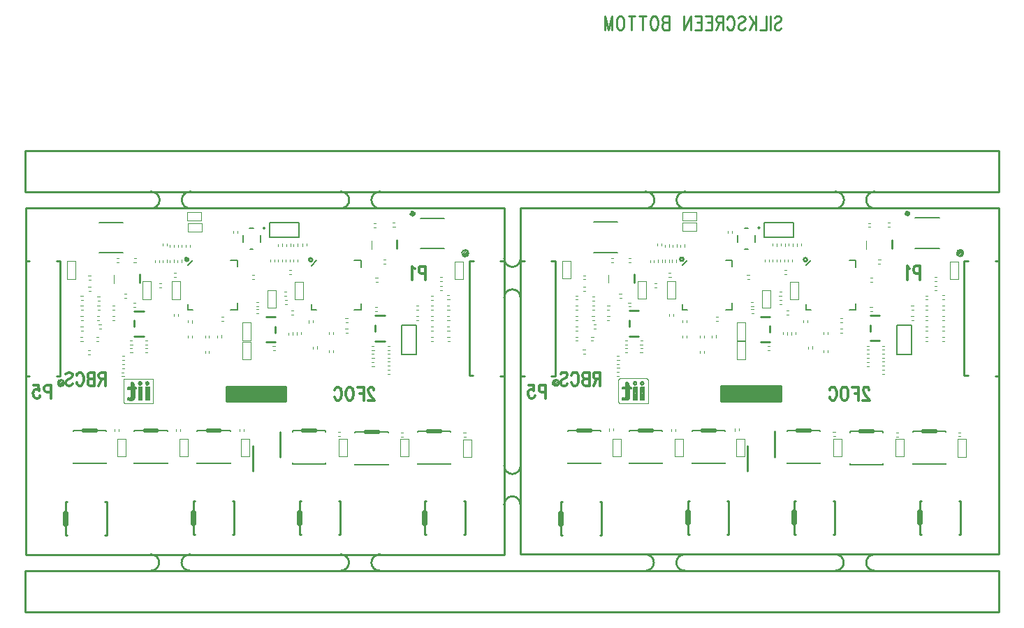
<source format=gbr>
*
%LPD*%
%LN2FOC-SSB*%
%FSLAX24Y24*%
%MOIN*%
%SRX1Y1I0.0J0.0*%
%AD*%
%ADD11C,0.010000*%
%ADD12C,0.007870*%
%ADD13C,0.004000*%
%ADD14C,0.006000*%
%ADD16C,0.019690*%
%ADD17C,0.005910*%
%ADD20C,0.008000*%
%ADD56C,0.011810*%
%ADD66C,0.025000*%
%ADD67C,0.000600*%
%ADD80C,0.011810*%
G54D11*
G1X15199Y11047D2*
G1X15129Y11047D1*
G1X15129Y12627D1*
G1X15199Y12627D1*
G1X16999Y12627D2*
G1X17069Y12627D1*
G1X17069Y11047D1*
G1X16999Y11047D1*
G1X26242Y11047D2*
G1X26172Y11047D1*
G1X26172Y12627D1*
G1X26242Y12627D1*
G1X28042Y12627D2*
G1X28112Y12627D1*
G1X28112Y11047D1*
G1X28042Y11047D1*
G1X9118Y11009D2*
G1X9048Y11009D1*
G1X9048Y12589D1*
G1X9118Y12589D1*
G1X10918Y12589D2*
G1X10988Y12589D1*
G1X10988Y11009D1*
G1X10918Y11009D1*
G1X20258Y11047D2*
G1X20188Y11047D1*
G1X20188Y12627D1*
G1X20258Y12627D1*
G1X22058Y12627D2*
G1X22128Y12627D1*
G1X22128Y11047D1*
G1X22058Y11047D1*
G1X12558Y23480D2*
G1X12558Y23079D1*
G1X24845Y25108D2*
G1X24845Y24706D1*
G1X12318Y21720D2*
G1X12758Y21720D1*
G1X12318Y21260D2*
G1X12318Y20960D1*
G1X12318Y20500D2*
G1X12758Y20500D1*
G1X23814Y21504D2*
G1X24254Y21504D1*
G1X23814Y21044D2*
G1X23814Y20744D1*
G1X23814Y20284D2*
G1X24254Y20284D1*
G1X14905Y24181D2*
G75*
G3X14905Y24181I-84J0D1*
G74*
G1X20811Y24162D2*
G75*
G3X20811Y24162I-84J0D1*
G74*
G1X19268Y15951D2*
G1X19268Y14730D1*
G1X17969Y14061D2*
G1X17969Y15282D1*
G1X19038Y20225D2*
G1X18598Y20225D1*
G1X19038Y20685D2*
G1X19038Y20985D1*
G1X19038Y21445D2*
G1X18598Y21445D1*
G1X28491Y24103D2*
G1X28302Y24103D1*
G1X28302Y18622D1*
G1X28483Y18622D1*
G1X29774Y18610D2*
G1X29955Y18610D1*
G1X29955Y24103D1*
G1X29778Y24103D1*
G1X8593Y18610D2*
G1X8782Y18610D1*
G1X8782Y24091D1*
G1X8601Y24091D1*
G1X7310Y24103D2*
G1X7129Y24103D1*
G1X7129Y18610D1*
G1X7306Y18610D1*
G1X7125Y10087D2*
G1X29959Y10087D1*
G1X29959Y26622D1*
G1X7125Y26622D1*
G1X7125Y10087D1*
G1X13104Y26617D2*
G75*
G3X13105Y27417I17J400D1*
G74*
G1X14995Y27417D2*
G75*
G3X14994Y26617I-17J-400D1*
G74*
G1X22154Y26617D2*
G75*
G3X22155Y27417I17J400D1*
G74*
G1X24045Y27417D2*
G75*
G3X24044Y26617I-17J-400D1*
G74*
G1X13094Y9311D2*
G75*
G3X13095Y10087I16J388D1*
G74*
G1X14975Y10086D2*
G75*
G3X14974Y9307I-16J-390D1*
G74*
G1X22154Y9311D2*
G75*
G3X22155Y10087I16J388D1*
G74*
G1X24035Y10086D2*
G75*
G3X24034Y9307I-16J-390D1*
G74*
G1X30741Y12456D2*
G75*
G3X29965Y12457I-388J16D1*
G74*
G1X29966Y14337D2*
G75*
G3X30745Y14337I390J-16D1*
G74*
G1X7118Y29383D2*
G1X53575Y29383D1*
G1X53575Y27415D1*
G1X7118Y27415D1*
G1X7118Y29383D1*
G1X30740Y10092D2*
G1X53575Y10092D1*
G1X53575Y26627D1*
G1X30740Y26627D1*
G1X30740Y10092D1*
G1X7118Y9304D2*
G1X53575Y9304D1*
G1X53575Y7336D1*
G1X7118Y7336D1*
G1X7118Y9304D1*
G1X30741Y22346D2*
G75*
G3X29965Y22347I-388J16D1*
G74*
G1X29966Y24227D2*
G75*
G3X30745Y24227I390J-16D1*
G74*
G1X38605Y27417D2*
G75*
G3X38604Y26617I-17J-400D1*
G74*
G1X36714Y26617D2*
G75*
G3X36715Y27417I17J400D1*
G74*
G1X45764Y26617D2*
G75*
G3X45765Y27417I17J400D1*
G74*
G1X47655Y27417D2*
G75*
G3X47654Y26617I-17J-400D1*
G74*
G1X47645Y10086D2*
G75*
G3X47644Y9307I-16J-390D1*
G74*
G1X45764Y9311D2*
G75*
G3X45765Y10087I16J388D1*
G74*
G1X38585Y10086D2*
G75*
G3X38584Y9307I-16J-390D1*
G74*
G1X36704Y9311D2*
G75*
G3X36705Y10087I16J388D1*
G74*
G1X11770Y25953D2*
G54D12*
G1X10629Y25953D1*
G1X10629Y24496D2*
G1X11770Y24496D1*
G1X25963Y24693D2*
G1X27105Y24693D1*
G1X27105Y26150D2*
G1X25963Y26150D1*
G1X17837Y24658D2*
G1X17987Y24658D1*
G1X17995Y25677D2*
G1X17818Y25677D1*
G1X18325Y25331D2*
G1X18325Y25008D1*
G1X17499Y25331D2*
G1X17499Y25008D1*
G1X18545Y25677D2*
G75*
G3X18545Y25677I-42J0D1*
G74*
G1X14854Y25517D2*
G54D13*
G1X14854Y25917D1*
G1X15524Y25917D1*
G1X15524Y25517D1*
G1X14854Y25517D1*
G1X15517Y26448D2*
G1X15517Y26048D1*
G1X14848Y26048D1*
G1X14848Y26448D1*
G1X15517Y26448D1*
G1X10605Y20480D2*
G1X10493Y20480D1*
G1X10603Y20284D2*
G1X10503Y20284D1*
G1X10664Y21977D2*
G1X10552Y21977D1*
G1X10662Y21780D2*
G1X10562Y21780D1*
G1X10645Y21465D2*
G1X10533Y21465D1*
G1X10642Y21268D2*
G1X10542Y21268D1*
G1X10212Y19851D2*
G1X10099Y19851D1*
G1X10209Y19654D2*
G1X10109Y19654D1*
G1X10231Y22862D2*
G1X10119Y22862D1*
G1X10229Y22666D2*
G1X10129Y22666D1*
G1X9510Y23249D2*
G1X9110Y23249D1*
G1X9110Y24089D1*
G1X9510Y24089D1*
G1X9510Y23249D1*
G1X9857Y20973D2*
G1X9745Y20973D1*
G1X9855Y20776D2*
G1X9755Y20776D1*
G1X9857Y21465D2*
G1X9745Y21465D1*
G1X9855Y21268D2*
G1X9755Y21268D1*
G1X9857Y21977D2*
G1X9745Y21977D1*
G1X9855Y21780D2*
G1X9755Y21780D1*
G1X9857Y22449D2*
G1X9745Y22449D1*
G1X9855Y22252D2*
G1X9755Y22252D1*
G1X10231Y23414D2*
G1X10119Y23414D1*
G1X10229Y23217D2*
G1X10129Y23217D1*
G1X10664Y22410D2*
G1X10552Y22410D1*
G1X10662Y22213D2*
G1X10562Y22213D1*
G1X10724Y21071D2*
G1X10611Y21071D1*
G1X10721Y20874D2*
G1X10621Y20874D1*
G1X9746Y20284D2*
G1X9859Y20284D1*
G1X9749Y20480D2*
G1X9849Y20480D1*
G1X26459Y22252D2*
G1X26571Y22252D1*
G1X26461Y22449D2*
G1X26562Y22449D1*
G1X26459Y20776D2*
G1X26571Y20776D1*
G1X26461Y20973D2*
G1X26562Y20973D1*
G1X27357Y20461D2*
G1X27245Y20461D1*
G1X27355Y20264D2*
G1X27255Y20264D1*
G1X26892Y22705D2*
G1X27004Y22705D1*
G1X26894Y22902D2*
G1X26995Y22902D1*
G1X25881Y21957D2*
G1X25769Y21957D1*
G1X25879Y21760D2*
G1X25778Y21760D1*
G1X28014Y23230D2*
G1X27614Y23230D1*
G1X27614Y24070D1*
G1X28014Y24070D1*
G1X28014Y23230D1*
G1X27246Y22272D2*
G1X27359Y22272D1*
G1X27249Y22469D2*
G1X27349Y22469D1*
G1X27246Y20776D2*
G1X27359Y20776D1*
G1X27249Y20973D2*
G1X27349Y20973D1*
G1X27246Y21268D2*
G1X27359Y21268D1*
G1X27249Y21465D2*
G1X27349Y21465D1*
G1X27246Y21780D2*
G1X27359Y21780D1*
G1X27249Y21977D2*
G1X27349Y21977D1*
G1X26570Y20461D2*
G1X26458Y20461D1*
G1X26568Y20264D2*
G1X26467Y20264D1*
G1X26570Y21465D2*
G1X26458Y21465D1*
G1X26568Y21268D2*
G1X26467Y21268D1*
G1X26570Y21957D2*
G1X26458Y21957D1*
G1X26568Y21760D2*
G1X26467Y21760D1*
G1X27003Y23335D2*
G1X26891Y23335D1*
G1X27001Y23138D2*
G1X26900Y23138D1*
G1X11373Y21977D2*
G1X11261Y21977D1*
G1X11371Y21780D2*
G1X11270Y21780D1*
G1X11373Y21465D2*
G1X11261Y21465D1*
G1X11371Y21268D2*
G1X11270Y21268D1*
G1X25881Y21465D2*
G1X25769Y21465D1*
G1X25879Y21268D2*
G1X25778Y21268D1*
G1X17223Y25425D2*
G1X17223Y25537D1*
G1X17026Y25427D2*
G1X17026Y25528D1*
G1X15058Y21153D2*
G1X15058Y21266D1*
G1X14861Y21156D2*
G1X14861Y21256D1*
G1X14861Y20536D2*
G1X14861Y20424D1*
G1X15058Y20534D2*
G1X15058Y20433D1*
G1X14408Y21468D2*
G1X14408Y21580D1*
G1X14211Y21471D2*
G1X14211Y21571D1*
G1X15885Y20425D2*
G1X15885Y20537D1*
G1X15688Y20427D2*
G1X15688Y20528D1*
G1X15688Y19808D2*
G1X15688Y19695D1*
G1X15885Y19805D2*
G1X15885Y19705D1*
G1X20629Y21264D2*
G1X20629Y21152D1*
G1X20825Y21262D2*
G1X20825Y21162D1*
G1X19805Y21543D2*
G1X19918Y21543D1*
G1X19808Y21740D2*
G1X19908Y21740D1*
G1X16455Y20445D2*
G1X16455Y20557D1*
G1X16259Y20447D2*
G1X16259Y20547D1*
G1X21790Y20602D2*
G1X21790Y20714D1*
G1X21593Y20604D2*
G1X21593Y20705D1*
G1X21042Y19913D2*
G1X21042Y20025D1*
G1X20845Y19916D2*
G1X20845Y20016D1*
G1X22495Y20874D2*
G1X22383Y20874D1*
G1X22493Y20677D2*
G1X22392Y20677D1*
G1X21593Y19847D2*
G1X21593Y19735D1*
G1X21790Y19845D2*
G1X21790Y19744D1*
G1X14195Y23335D2*
G1X14307Y23335D1*
G1X14198Y23532D2*
G1X14298Y23532D1*
G1X19707Y23473D2*
G1X19819Y23473D1*
G1X19709Y23669D2*
G1X19810Y23669D1*
G1X11944Y22528D2*
G1X11832Y22528D1*
G1X11942Y22331D2*
G1X11841Y22331D1*
G1X18046Y23433D2*
G1X17934Y23433D1*
G1X18044Y23236D2*
G1X17944Y23236D1*
G1X16570Y21425D2*
G1X16458Y21425D1*
G1X16568Y21229D2*
G1X16467Y21229D1*
G1X22495Y21366D2*
G1X22383Y21366D1*
G1X22493Y21169D2*
G1X22392Y21169D1*
G1X23930Y23293D2*
G1X23818Y23293D1*
G1X23927Y23097D2*
G1X23827Y23097D1*
G1X19057Y21871D2*
G1X18657Y21871D1*
G1X18657Y22711D1*
G1X19057Y22711D1*
G1X19057Y21871D1*
G1X20376Y22265D2*
G1X19976Y22265D1*
G1X19976Y23105D1*
G1X20376Y23105D1*
G1X20376Y22265D1*
G1X12286Y24043D2*
G1X12398Y24043D1*
G1X12288Y24240D2*
G1X12388Y24240D1*
G1X11570Y24240D2*
G1X11458Y24240D1*
G1X11568Y24043D2*
G1X11467Y24043D1*
G1X24646Y25734D2*
G1X24758Y25734D1*
G1X24648Y25931D2*
G1X24748Y25931D1*
G1X23834Y25914D2*
G1X23722Y25914D1*
G1X23831Y25717D2*
G1X23731Y25717D1*
G1X19490Y22036D2*
G1X19603Y22036D1*
G1X19493Y22232D2*
G1X19593Y22232D1*
G1X19471Y22429D2*
G1X19583Y22429D1*
G1X19473Y22626D2*
G1X19574Y22626D1*
G1X11357Y16087D2*
G1X11357Y15975D1*
G1X11554Y16085D2*
G1X11554Y15984D1*
G1X14310Y16067D2*
G1X14310Y15955D1*
G1X14507Y16065D2*
G1X14507Y15965D1*
G1X17341Y16087D2*
G1X17341Y15975D1*
G1X17538Y16085D2*
G1X17538Y15984D1*
G1X11511Y15605D2*
G1X11911Y15605D1*
G1X11911Y14765D1*
G1X11511Y14765D1*
G1X11511Y15605D1*
G1X14484Y15605D2*
G1X14884Y15605D1*
G1X14884Y14765D1*
G1X14484Y14765D1*
G1X14484Y15605D1*
G1X17417Y15605D2*
G1X17817Y15605D1*
G1X17817Y14765D1*
G1X17417Y14765D1*
G1X17417Y15605D1*
G1X12377Y22114D2*
G1X12265Y22114D1*
G1X12375Y21917D2*
G1X12274Y21917D1*
G1X11735Y18984D2*
G1X11847Y18984D1*
G1X11737Y19181D2*
G1X11837Y19181D1*
G1X12837Y20106D2*
G1X12949Y20106D1*
G1X12839Y20303D2*
G1X12940Y20303D1*
G1X11735Y19378D2*
G1X11847Y19378D1*
G1X11737Y19575D2*
G1X11837Y19575D1*
G1X12109Y20106D2*
G1X12221Y20106D1*
G1X12111Y20303D2*
G1X12211Y20303D1*
G1X12109Y19732D2*
G1X12221Y19732D1*
G1X12111Y19929D2*
G1X12211Y19929D1*
G1X11715Y18591D2*
G1X11827Y18591D1*
G1X11717Y18788D2*
G1X11818Y18788D1*
G1X12837Y19732D2*
G1X12949Y19732D1*
G1X12839Y19929D2*
G1X12940Y19929D1*
G1X24392Y19851D2*
G1X24504Y19851D1*
G1X24394Y20047D2*
G1X24495Y20047D1*
G1X14585Y24775D2*
G1X14585Y24888D1*
G1X14388Y24778D2*
G1X14388Y24878D1*
G1X14566Y24047D2*
G1X14566Y24159D1*
G1X14369Y24049D2*
G1X14369Y24150D1*
G1X19723Y24067D2*
G1X19723Y24179D1*
G1X19526Y24069D2*
G1X19526Y24169D1*
G1X19762Y24815D2*
G1X19762Y24927D1*
G1X19566Y24817D2*
G1X19566Y24917D1*
G1X13660Y24945D2*
G1X13660Y24833D1*
G1X13857Y24943D2*
G1X13857Y24843D1*
G1X14211Y24775D2*
G1X14211Y24888D1*
G1X14014Y24778D2*
G1X14014Y24878D1*
G1X13306Y24138D2*
G1X13306Y24026D1*
G1X13503Y24136D2*
G1X13503Y24036D1*
G1X14211Y24047D2*
G1X14211Y24159D1*
G1X14014Y24049D2*
G1X14014Y24150D1*
G1X18798Y24178D2*
G1X18798Y24066D1*
G1X18995Y24175D2*
G1X18995Y24075D1*
G1X20097Y24067D2*
G1X20097Y24179D1*
G1X19900Y24069D2*
G1X19900Y24169D1*
G1X20333Y24926D2*
G1X20333Y24814D1*
G1X20530Y24923D2*
G1X20530Y24823D1*
G1X19369Y24815D2*
G1X19369Y24927D1*
G1X19172Y24817D2*
G1X19172Y24917D1*
G1X14959Y24775D2*
G1X14959Y24888D1*
G1X14762Y24778D2*
G1X14762Y24878D1*
G1X13877Y24047D2*
G1X13877Y24159D1*
G1X13680Y24049D2*
G1X13680Y24150D1*
G1X19369Y24067D2*
G1X19369Y24179D1*
G1X19172Y24069D2*
G1X19172Y24169D1*
G1X20117Y24815D2*
G1X20117Y24927D1*
G1X19920Y24817D2*
G1X19920Y24917D1*
G1X28125Y15914D2*
G1X28013Y15914D1*
G1X28123Y15717D2*
G1X28022Y15717D1*
G1X22062Y15605D2*
G1X22462Y15605D1*
G1X22462Y14765D1*
G1X22062Y14765D1*
G1X22062Y15605D1*
G1X25015Y15605D2*
G1X25415Y15605D1*
G1X25415Y14765D1*
G1X25015Y14765D1*
G1X25015Y15605D1*
G1X27988Y15586D2*
G1X28388Y15586D1*
G1X28388Y14746D1*
G1X27988Y14746D1*
G1X27988Y15586D1*
G1X22141Y15933D2*
G1X22029Y15933D1*
G1X22138Y15736D2*
G1X22038Y15736D1*
G1X24503Y19299D2*
G1X24391Y19299D1*
G1X24501Y19103D2*
G1X24400Y19103D1*
G1X23912Y21898D2*
G1X23800Y21898D1*
G1X23910Y21701D2*
G1X23810Y21701D1*
G1X23644Y19477D2*
G1X23756Y19477D1*
G1X23646Y19673D2*
G1X23747Y19673D1*
G1X24392Y18709D2*
G1X24504Y18709D1*
G1X24394Y18906D2*
G1X24495Y18906D1*
G1X23644Y19083D2*
G1X23756Y19083D1*
G1X23646Y19280D2*
G1X23747Y19280D1*
G1X24392Y19477D2*
G1X24504Y19477D1*
G1X24394Y19673D2*
G1X24495Y19673D1*
G1X23644Y19851D2*
G1X23756Y19851D1*
G1X23646Y20047D2*
G1X23747Y20047D1*
G1X24306Y24162D2*
G1X24194Y24162D1*
G1X24304Y23965D2*
G1X24203Y23965D1*
G1X18243Y21799D2*
G1X18131Y21799D1*
G1X18241Y21603D2*
G1X18140Y21603D1*
G1X19031Y20028D2*
G1X18918Y20028D1*
G1X19028Y19831D2*
G1X18928Y19831D1*
G1X20058Y20693D2*
G1X20058Y20581D1*
G1X20255Y20691D2*
G1X20255Y20591D1*
G1X19861Y20582D2*
G1X19861Y20695D1*
G1X19664Y20585D2*
G1X19664Y20685D1*
G1X17856Y20316D2*
G1X17456Y20316D1*
G1X17456Y21156D1*
G1X17856Y21156D1*
G1X17856Y20316D1*
G1X18132Y21937D2*
G1X18244Y21937D1*
G1X18135Y22134D2*
G1X18235Y22134D1*
G1X17856Y19411D2*
G1X17456Y19411D1*
G1X17456Y20251D1*
G1X17856Y20251D1*
G1X17856Y19411D1*
G1X25153Y15894D2*
G1X25040Y15894D1*
G1X25150Y15697D2*
G1X25050Y15697D1*
G1X13506Y22843D2*
G1X13618Y22843D1*
G1X13509Y23040D2*
G1X13609Y23040D1*
G1X14510Y22285D2*
G1X14110Y22285D1*
G1X14110Y23125D1*
G1X14510Y23125D1*
G1X14510Y22285D1*
G1X13112Y22285D2*
G1X12712Y22285D1*
G1X12712Y23125D1*
G1X13112Y23125D1*
G1X13112Y22285D1*
G1X11875Y18487D2*
G1X11875Y18485D1*
G1X11869Y18485D1*
G1X11869Y18484D1*
G1X11862Y18484D1*
G1X11862Y18483D1*
G1X11857Y18483D1*
G1X11857Y18482D1*
G1X11853Y18482D1*
G1X11853Y18480D1*
G1X11851Y18480D1*
G1X11851Y18479D1*
G1X11847Y18479D1*
G1X11847Y18478D1*
G1X11844Y18478D1*
G1X11844Y18476D1*
G1X11842Y18476D1*
G1X11842Y18475D1*
G1X11839Y18475D1*
G1X11839Y18474D1*
G1X11838Y18474D1*
G1X11838Y18472D1*
G1X11835Y18472D1*
G1X11835Y18471D1*
G1X11833Y18471D1*
G1X11833Y18470D1*
G1X11831Y18470D1*
G1X11831Y18468D1*
G1X11830Y18468D1*
G1X11830Y18467D1*
G1X11827Y18467D1*
G1X11827Y18466D1*
G1X11826Y18466D1*
G1X11826Y18465D1*
G1X11825Y18465D1*
G1X11825Y18463D1*
G1X11823Y18463D1*
G1X11823Y18462D1*
G1X11822Y18462D1*
G1X11822Y18461D1*
G1X11821Y18461D1*
G1X11821Y18459D1*
G1X11820Y18459D1*
G1X11820Y18458D1*
G1X11818Y18458D1*
G1X11818Y18457D1*
G1X11817Y18457D1*
G1X11817Y18455D1*
G1X11816Y18455D1*
G1X11816Y18454D1*
G1X11814Y18454D1*
G1X11814Y18452D1*
G1X11813Y18452D1*
G1X11813Y18450D1*
G1X11812Y18450D1*
G1X11812Y18448D1*
G1X11810Y18448D1*
G1X11810Y18446D1*
G1X11809Y18446D1*
G1X11809Y18444D1*
G1X11808Y18444D1*
G1X11808Y18441D1*
G1X11807Y18441D1*
G1X11807Y18439D1*
G1X11805Y18439D1*
G1X11805Y18436D1*
G1X11804Y18436D1*
G1X11804Y18432D1*
G1X11803Y18432D1*
G1X11803Y18428D1*
G1X11801Y18428D1*
G1X11801Y18423D1*
G1X11800Y18423D1*
G1X11800Y17366D1*
G1X11801Y17366D1*
G1X11801Y17360D1*
G1X11803Y17360D1*
G1X11803Y17357D1*
G1X11804Y17357D1*
G1X11804Y17353D1*
G1X11805Y17353D1*
G1X11805Y17350D1*
G1X11807Y17350D1*
G1X11807Y17347D1*
G1X11808Y17347D1*
G1X11808Y17345D1*
G1X11809Y17345D1*
G1X11809Y17342D1*
G1X11810Y17342D1*
G1X11810Y17341D1*
G1X11812Y17341D1*
G1X11812Y17338D1*
G1X11813Y17338D1*
G1X11813Y17337D1*
G1X11814Y17337D1*
G1X11814Y17334D1*
G1X11816Y17334D1*
G1X11816Y17333D1*
G1X11817Y17333D1*
G1X11817Y17332D1*
G1X11818Y17332D1*
G1X11818Y17330D1*
G1X11820Y17330D1*
G1X11820Y17329D1*
G1X11821Y17329D1*
G1X11821Y17328D1*
G1X11822Y17328D1*
G1X11822Y17327D1*
G1X11823Y17327D1*
G1X11823Y17325D1*
G1X11825Y17325D1*
G1X11825Y17324D1*
G1X11826Y17324D1*
G1X11826Y17323D1*
G1X11827Y17323D1*
G1X11827Y17321D1*
G1X11830Y17321D1*
G1X11830Y17320D1*
G1X11831Y17320D1*
G1X11831Y17319D1*
G1X11833Y17319D1*
G1X11833Y17317D1*
G1X11835Y17317D1*
G1X11835Y17316D1*
G1X11838Y17316D1*
G1X11838Y17315D1*
G1X11839Y17315D1*
G1X11839Y17314D1*
G1X11842Y17314D1*
G1X11842Y17312D1*
G1X11844Y17312D1*
G1X11844Y17311D1*
G1X11847Y17311D1*
G1X11847Y17310D1*
G1X11851Y17310D1*
G1X11851Y17308D1*
G1X11853Y17308D1*
G1X11853Y17307D1*
G1X11859Y17307D1*
G1X11859Y17306D1*
G1X11870Y17306D1*
G1X11870Y17304D1*
G1X13215Y17304D1*
G1X13215Y18422D1*
G1X13214Y18422D1*
G1X13214Y18428D1*
G1X13213Y18428D1*
G1X13213Y18432D1*
G1X13211Y18432D1*
G1X13211Y18436D1*
G1X13210Y18436D1*
G1X13210Y18439D1*
G1X13209Y18439D1*
G1X13209Y18441D1*
G1X13208Y18441D1*
G1X13208Y18444D1*
G1X13206Y18444D1*
G1X13206Y18446D1*
G1X13205Y18446D1*
G1X13205Y18448D1*
G1X13204Y18448D1*
G1X13204Y18450D1*
G1X13202Y18450D1*
G1X13202Y18452D1*
G1X13201Y18452D1*
G1X13201Y18453D1*
G1X13200Y18453D1*
G1X13200Y18455D1*
G1X13198Y18455D1*
G1X13198Y18457D1*
G1X13197Y18457D1*
G1X13197Y18458D1*
G1X13196Y18458D1*
G1X13196Y18459D1*
G1X13195Y18459D1*
G1X13195Y18461D1*
G1X13193Y18461D1*
G1X13193Y18462D1*
G1X13192Y18462D1*
G1X13192Y18463D1*
G1X13191Y18463D1*
G1X13191Y18465D1*
G1X13189Y18465D1*
G1X13189Y18466D1*
G1X13188Y18466D1*
G1X13188Y18467D1*
G1X13185Y18467D1*
G1X13185Y18468D1*
G1X13184Y18468D1*
G1X13184Y18470D1*
G1X13182Y18470D1*
G1X13182Y18471D1*
G1X13180Y18471D1*
G1X13180Y18472D1*
G1X13178Y18472D1*
G1X13178Y18474D1*
G1X13176Y18474D1*
G1X13176Y18475D1*
G1X13174Y18475D1*
G1X13174Y18476D1*
G1X13171Y18476D1*
G1X13171Y18478D1*
G1X13168Y18478D1*
G1X13168Y18479D1*
G1X13165Y18479D1*
G1X13165Y18480D1*
G1X13162Y18480D1*
G1X13162Y18482D1*
G1X13157Y18482D1*
G1X13157Y18483D1*
G1X13153Y18483D1*
G1X13153Y18484D1*
G1X13146Y18484D1*
G1X13146Y18485D1*
G1X13141Y18485D1*
G1X13141Y18487D1*
G1X11875Y18487D1*
G1X12154Y18302D2*
G1X12154Y18088D1*
G1X11985Y18088D1*
G1X11985Y17988D1*
G1X12154Y17988D1*
G1X12154Y17644D1*
G1X12153Y17644D1*
G1X12153Y17630D1*
G1X12152Y17630D1*
G1X12152Y17621D1*
G1X12150Y17621D1*
G1X12150Y17616D1*
G1X12149Y17616D1*
G1X12149Y17610D1*
G1X12148Y17610D1*
G1X12148Y17605D1*
G1X12146Y17605D1*
G1X12146Y17601D1*
G1X12145Y17601D1*
G1X12145Y17599D1*
G1X12144Y17599D1*
G1X12144Y17596D1*
G1X12142Y17596D1*
G1X12142Y17593D1*
G1X12141Y17593D1*
G1X12141Y17591D1*
G1X12140Y17591D1*
G1X12140Y17588D1*
G1X12139Y17588D1*
G1X12139Y17587D1*
G1X12137Y17587D1*
G1X12137Y17584D1*
G1X12136Y17584D1*
G1X12136Y17583D1*
G1X12135Y17583D1*
G1X12135Y17582D1*
G1X12133Y17582D1*
G1X12133Y17580D1*
G1X12132Y17580D1*
G1X12132Y17579D1*
G1X12131Y17579D1*
G1X12131Y17578D1*
G1X12129Y17578D1*
G1X12129Y17577D1*
G1X12128Y17577D1*
G1X12128Y17575D1*
G1X12126Y17575D1*
G1X12126Y17574D1*
G1X12124Y17574D1*
G1X12124Y17573D1*
G1X12122Y17573D1*
G1X12122Y17571D1*
G1X12119Y17571D1*
G1X12119Y17570D1*
G1X12116Y17570D1*
G1X12116Y17569D1*
G1X12114Y17569D1*
G1X12114Y17567D1*
G1X12110Y17567D1*
G1X12110Y17566D1*
G1X12105Y17566D1*
G1X12105Y17565D1*
G1X12099Y17565D1*
G1X12099Y17564D1*
G1X12090Y17564D1*
G1X12090Y17562D1*
G1X12051Y17562D1*
G1X12051Y17564D1*
G1X12040Y17564D1*
G1X12040Y17565D1*
G1X12030Y17565D1*
G1X12030Y17566D1*
G1X12024Y17566D1*
G1X12024Y17567D1*
G1X12017Y17567D1*
G1X12017Y17569D1*
G1X12011Y17569D1*
G1X12011Y17570D1*
G1X12006Y17570D1*
G1X12006Y17571D1*
G1X12001Y17571D1*
G1X12001Y17573D1*
G1X11997Y17573D1*
G1X11997Y17574D1*
G1X11991Y17574D1*
G1X11991Y17575D1*
G1X11990Y17575D1*
G1X11990Y17472D1*
G1X11993Y17472D1*
G1X11993Y17471D1*
G1X11995Y17471D1*
G1X11995Y17470D1*
G1X11999Y17470D1*
G1X11999Y17468D1*
G1X12003Y17468D1*
G1X12003Y17467D1*
G1X12007Y17467D1*
G1X12007Y17466D1*
G1X12011Y17466D1*
G1X12011Y17465D1*
G1X12016Y17465D1*
G1X12016Y17463D1*
G1X12021Y17463D1*
G1X12021Y17462D1*
G1X12027Y17462D1*
G1X12027Y17461D1*
G1X12033Y17461D1*
G1X12033Y17459D1*
G1X12040Y17459D1*
G1X12040Y17458D1*
G1X12046Y17458D1*
G1X12046Y17457D1*
G1X12054Y17457D1*
G1X12054Y17455D1*
G1X12064Y17455D1*
G1X12064Y17454D1*
G1X12075Y17454D1*
G1X12075Y17453D1*
G1X12088Y17453D1*
G1X12088Y17452D1*
G1X12106Y17452D1*
G1X12106Y17450D1*
G1X12166Y17450D1*
G1X12166Y17452D1*
G1X12178Y17452D1*
G1X12178Y17453D1*
G1X12185Y17453D1*
G1X12185Y17454D1*
G1X12192Y17454D1*
G1X12192Y17455D1*
G1X12197Y17455D1*
G1X12197Y17457D1*
G1X12202Y17457D1*
G1X12202Y17458D1*
G1X12206Y17458D1*
G1X12206Y17459D1*
G1X12210Y17459D1*
G1X12210Y17461D1*
G1X12214Y17461D1*
G1X12214Y17462D1*
G1X12218Y17462D1*
G1X12218Y17463D1*
G1X12221Y17463D1*
G1X12221Y17465D1*
G1X12224Y17465D1*
G1X12224Y17466D1*
G1X12227Y17466D1*
G1X12227Y17467D1*
G1X12230Y17467D1*
G1X12230Y17468D1*
G1X12232Y17468D1*
G1X12232Y17470D1*
G1X12235Y17470D1*
G1X12235Y17471D1*
G1X12237Y17471D1*
G1X12237Y17472D1*
G1X12240Y17472D1*
G1X12240Y17474D1*
G1X12243Y17474D1*
G1X12243Y17475D1*
G1X12244Y17475D1*
G1X12244Y17476D1*
G1X12247Y17476D1*
G1X12247Y17478D1*
G1X12248Y17478D1*
G1X12248Y17479D1*
G1X12251Y17479D1*
G1X12251Y17480D1*
G1X12252Y17480D1*
G1X12252Y17482D1*
G1X12254Y17482D1*
G1X12254Y17483D1*
G1X12256Y17483D1*
G1X12256Y17484D1*
G1X12258Y17484D1*
G1X12258Y17485D1*
G1X12260Y17485D1*
G1X12260Y17487D1*
G1X12261Y17487D1*
G1X12261Y17488D1*
G1X12262Y17488D1*
G1X12262Y17489D1*
G1X12265Y17489D1*
G1X12265Y17491D1*
G1X12266Y17491D1*
G1X12266Y17492D1*
G1X12267Y17492D1*
G1X12267Y17493D1*
G1X12269Y17493D1*
G1X12269Y17495D1*
G1X12270Y17495D1*
G1X12270Y17496D1*
G1X12271Y17496D1*
G1X12271Y17497D1*
G1X12273Y17497D1*
G1X12273Y17498D1*
G1X12274Y17498D1*
G1X12274Y17500D1*
G1X12275Y17500D1*
G1X12275Y17501D1*
G1X12277Y17501D1*
G1X12277Y17502D1*
G1X12278Y17502D1*
G1X12278Y17504D1*
G1X12279Y17504D1*
G1X12279Y17505D1*
G1X12280Y17505D1*
G1X12280Y17506D1*
G1X12282Y17506D1*
G1X12282Y17508D1*
G1X12283Y17508D1*
G1X12283Y17509D1*
G1X12284Y17509D1*
G1X12284Y17510D1*
G1X12286Y17510D1*
G1X12286Y17511D1*
G1X12287Y17511D1*
G1X12287Y17514D1*
G1X12288Y17514D1*
G1X12288Y17515D1*
G1X12290Y17515D1*
G1X12290Y17517D1*
G1X12291Y17517D1*
G1X12291Y17519D1*
G1X12292Y17519D1*
G1X12292Y17521D1*
G1X12293Y17521D1*
G1X12293Y17522D1*
G1X12295Y17522D1*
G1X12295Y17524D1*
G1X12296Y17524D1*
G1X12296Y17526D1*
G1X12297Y17526D1*
G1X12297Y17528D1*
G1X12299Y17528D1*
G1X12299Y17530D1*
G1X12300Y17530D1*
G1X12300Y17532D1*
G1X12301Y17532D1*
G1X12301Y17535D1*
G1X12303Y17535D1*
G1X12303Y17536D1*
G1X12304Y17536D1*
G1X12304Y17539D1*
G1X12305Y17539D1*
G1X12305Y17541D1*
G1X12307Y17541D1*
G1X12307Y17544D1*
G1X12308Y17544D1*
G1X12308Y17547D1*
G1X12309Y17547D1*
G1X12309Y17549D1*
G1X12310Y17549D1*
G1X12310Y17552D1*
G1X12312Y17552D1*
G1X12312Y17556D1*
G1X12313Y17556D1*
G1X12313Y17558D1*
G1X12314Y17558D1*
G1X12314Y17561D1*
G1X12316Y17561D1*
G1X12316Y17565D1*
G1X12317Y17565D1*
G1X12317Y17569D1*
G1X12318Y17569D1*
G1X12318Y17573D1*
G1X12320Y17573D1*
G1X12320Y17577D1*
G1X12321Y17577D1*
G1X12321Y17580D1*
G1X12322Y17580D1*
G1X12322Y17586D1*
G1X12323Y17586D1*
G1X12323Y17591D1*
G1X12325Y17591D1*
G1X12325Y17596D1*
G1X12326Y17596D1*
G1X12326Y17603D1*
G1X12327Y17603D1*
G1X12327Y17609D1*
G1X12329Y17609D1*
G1X12329Y17617D1*
G1X12330Y17617D1*
G1X12330Y17627D1*
G1X12331Y17627D1*
G1X12331Y17642D1*
G1X12333Y17642D1*
G1X12333Y17989D1*
G1X12409Y17989D1*
G1X12409Y18083D1*
G1X12392Y18083D1*
G1X12392Y18084D1*
G1X12369Y18084D1*
G1X12369Y18086D1*
G1X12344Y18086D1*
G1X12344Y18087D1*
G1X12326Y18087D1*
G1X12326Y18090D1*
G1X12325Y18090D1*
G1X12325Y18095D1*
G1X12323Y18095D1*
G1X12323Y18100D1*
G1X12322Y18100D1*
G1X12322Y18104D1*
G1X12321Y18104D1*
G1X12321Y18109D1*
G1X12320Y18109D1*
G1X12320Y18113D1*
G1X12318Y18113D1*
G1X12318Y18118D1*
G1X12317Y18118D1*
G1X12317Y18123D1*
G1X12316Y18123D1*
G1X12316Y18127D1*
G1X12314Y18127D1*
G1X12314Y18133D1*
G1X12313Y18133D1*
G1X12313Y18136D1*
G1X12312Y18136D1*
G1X12312Y18142D1*
G1X12310Y18142D1*
G1X12310Y18147D1*
G1X12309Y18147D1*
G1X12309Y18151D1*
G1X12308Y18151D1*
G1X12308Y18156D1*
G1X12307Y18156D1*
G1X12307Y18160D1*
G1X12305Y18160D1*
G1X12305Y18165D1*
G1X12304Y18165D1*
G1X12304Y18170D1*
G1X12303Y18170D1*
G1X12303Y18174D1*
G1X12301Y18174D1*
G1X12301Y18179D1*
G1X12300Y18179D1*
G1X12300Y18183D1*
G1X12299Y18183D1*
G1X12299Y18189D1*
G1X12297Y18189D1*
G1X12297Y18194D1*
G1X12296Y18194D1*
G1X12296Y18198D1*
G1X12295Y18198D1*
G1X12295Y18203D1*
G1X12293Y18203D1*
G1X12293Y18207D1*
G1X12292Y18207D1*
G1X12292Y18212D1*
G1X12291Y18212D1*
G1X12291Y18217D1*
G1X12290Y18217D1*
G1X12290Y18221D1*
G1X12288Y18221D1*
G1X12288Y18226D1*
G1X12287Y18226D1*
G1X12287Y18230D1*
G1X12286Y18230D1*
G1X12286Y18235D1*
G1X12284Y18235D1*
G1X12284Y18241D1*
G1X12283Y18241D1*
G1X12283Y18245D1*
G1X12282Y18245D1*
G1X12282Y18250D1*
G1X12280Y18250D1*
G1X12280Y18254D1*
G1X12279Y18254D1*
G1X12279Y18259D1*
G1X12278Y18259D1*
G1X12278Y18264D1*
G1X12277Y18264D1*
G1X12277Y18268D1*
G1X12275Y18268D1*
G1X12275Y18273D1*
G1X12274Y18273D1*
G1X12274Y18278D1*
G1X12273Y18278D1*
G1X12273Y18282D1*
G1X12271Y18282D1*
G1X12271Y18288D1*
G1X12270Y18288D1*
G1X12270Y18291D1*
G1X12269Y18291D1*
G1X12269Y18297D1*
G1X12267Y18297D1*
G1X12267Y18302D1*
G1X12154Y18302D1*
G1X12847Y18101D2*
G1X12847Y17455D1*
G1X13027Y17455D1*
G1X13027Y18101D1*
G1X12847Y18101D1*
G1X12507Y18101D2*
G1X12507Y17455D1*
G1X12687Y17455D1*
G1X12687Y18101D1*
G1X12507Y18101D1*
G1X20167Y25949D2*
G54D14*
G1X20167Y25249D1*
G1X18767Y25249D1*
G1X18767Y25949D1*
G1X20167Y25949D1*
G1X25782Y19623D2*
G1X25082Y19623D1*
G1X25082Y21023D1*
G1X25782Y21023D1*
G1X25782Y19623D1*
G1X12165Y18077D2*
G1X11995Y18077D1*
G1X11995Y17997D1*
G1X12165Y17997D1*
G1X12165Y17614D1*
G1X12095Y17544D1*
G1X12005Y17561D1*
G1X12005Y17482D1*
G1X12156Y17457D1*
G75*
G3X12325Y17628I-23J192D1*
G74*
G1X12325Y17997D1*
G1X12395Y17997D1*
G1X12395Y18077D1*
G1X12323Y18077D1*
G1X12253Y18297D1*
G1X12165Y18297D1*
G1X12165Y18077D1*
G1X12165Y17838D2*
G1X12395Y18068D1*
G1X12165Y17914D2*
G1X12327Y18077D1*
G1X12165Y17761D2*
G1X12325Y17921D1*
G1X12165Y17685D2*
G1X12325Y17845D1*
G1X12033Y17477D2*
G1X12325Y17769D1*
G1X12099Y17466D2*
G1X12325Y17692D1*
G1X12168Y17459D2*
G1X12323Y17614D1*
G1X12165Y17990D2*
G1X12305Y18131D1*
G1X12095Y17997D2*
G1X12287Y18189D1*
G1X12165Y18143D2*
G1X12269Y18247D1*
G1X12165Y18220D2*
G1X12242Y18297D1*
G1X12165Y18296D2*
G1X12166Y18297D1*
G1X12018Y17997D2*
G1X12098Y18077D1*
G1X12005Y17525D2*
G1X12035Y17555D1*
G1X11995Y18050D2*
G1X12022Y18077D1*
G1X25645Y26366D2*
G75*
G54D16*
G3X25645Y26366I-56J0D1*
G74*
G1X9861Y16012D2*
G1X10491Y16012D1*
G1X12790Y16012D2*
G1X13420Y16012D1*
G1X15790Y16012D2*
G1X16420Y16012D1*
G1X20333Y15992D2*
G1X20963Y15992D1*
G1X23325Y15953D2*
G1X23955Y15953D1*
G1X26318Y15973D2*
G1X26948Y15973D1*
G1X15097Y24142D2*
G54D17*
G1X14861Y23906D1*
G1X14861Y22046D2*
G1X14861Y21780D1*
G1X15097Y21780D1*
G1X16908Y21780D2*
G1X17223Y21780D1*
G1X17223Y22095D1*
G1X16908Y24142D2*
G1X17223Y24142D1*
G1X17223Y23827D1*
G1X21003Y24122D2*
G1X20766Y23886D1*
G1X20766Y22026D2*
G1X20766Y21760D1*
G1X21003Y21760D1*
G1X22814Y21760D2*
G1X23129Y21760D1*
G1X23129Y22075D1*
G1X22814Y24122D2*
G1X23129Y24122D1*
G1X23129Y23807D1*
G1X9388Y15973D2*
G1X9388Y16012D1*
G1X10963Y16012D1*
G1X10963Y15973D1*
G1X9388Y14477D2*
G1X9388Y14437D1*
G1X10963Y14437D1*
G1X10963Y14477D1*
G1X12317Y15973D2*
G1X12317Y16012D1*
G1X13892Y16012D1*
G1X13892Y15973D1*
G1X12317Y14477D2*
G1X12317Y14437D1*
G1X13892Y14437D1*
G1X13892Y14477D1*
G1X15317Y15973D2*
G1X15317Y16012D1*
G1X16892Y16012D1*
G1X16892Y15973D1*
G1X15317Y14477D2*
G1X15317Y14437D1*
G1X16892Y14437D1*
G1X16892Y14477D1*
G1X19861Y15953D2*
G1X19861Y15992D1*
G1X21436Y15992D1*
G1X21436Y15953D1*
G1X19861Y14457D2*
G1X19861Y14417D1*
G1X21436Y14417D1*
G1X21436Y14457D1*
G1X22853Y15914D2*
G1X22853Y15953D1*
G1X24428Y15953D1*
G1X24428Y15914D1*
G1X22853Y14417D2*
G1X22853Y14378D1*
G1X24428Y14378D1*
G1X24428Y14417D1*
G1X25845Y15933D2*
G1X25845Y15973D1*
G1X27420Y15973D1*
G1X27420Y15933D1*
G1X25845Y14437D2*
G1X25845Y14398D1*
G1X27420Y14398D1*
G1X27420Y14437D1*
G1X28272Y24477D2*
G75*
G54D20*
G3X28272Y24477I-163J0D1*
G74*
G1X8980Y18276D2*
G75*
G3X8980Y18276I-163J0D1*
G74*
G1X13015Y18257D2*
G75*
G3X13015Y18257I-80J0D1*
G74*
G1X12675Y18257D2*
G75*
G3X12675Y18257I-80J0D1*
G74*
G1X28272Y24477D2*
G75*
G3X28272Y24477I-163J0D1*
G74*
G1X8980Y18276D2*
G75*
G3X8980Y18276I-163J0D1*
G74*
G1X13015Y18257D2*
G75*
G3X13015Y18257I-80J0D1*
G74*
G1X12675Y18257D2*
G75*
G3X12675Y18257I-80J0D1*
G74*
G1X12865Y18077D2*
G1X13005Y18077D1*
G1X13005Y17477D1*
G1X12865Y17477D1*
G1X12865Y18077D1*
G1X12525Y18077D2*
G1X12665Y18077D1*
G1X12665Y17477D1*
G1X12525Y17477D1*
G1X12525Y18077D1*
G1X28072Y24318D2*
G1X28267Y24513D1*
G1X28194Y24338D2*
G1X28248Y24391D1*
G1X28004Y24352D2*
G1X28234Y24581D1*
G1X27961Y24410D2*
G1X28176Y24625D1*
G1X27948Y24499D2*
G1X28087Y24638D1*
G1X8781Y18117D2*
G1X8976Y18312D1*
G1X8903Y18137D2*
G1X8956Y18191D1*
G1X8713Y18151D2*
G1X8942Y18380D1*
G1X8669Y18209D2*
G1X8884Y18424D1*
G1X8656Y18298D2*
G1X8795Y18437D1*
G1X12915Y18179D2*
G1X13012Y18276D1*
G1X12861Y18226D2*
G1X12965Y18331D1*
G1X12575Y18179D2*
G1X12672Y18276D1*
G1X12521Y18226D2*
G1X12625Y18331D1*
G1X12865Y17846D2*
G1X13005Y17986D1*
G1X12865Y17744D2*
G1X13005Y17884D1*
G1X12865Y17642D2*
G1X13005Y17782D1*
G1X12865Y17540D2*
G1X13005Y17680D1*
G1X12903Y17477D2*
G1X13005Y17578D1*
G1X12865Y17947D2*
G1X12994Y18077D1*
G1X12865Y18049D2*
G1X12892Y18077D1*
G1X12525Y17846D2*
G1X12665Y17986D1*
G1X12525Y17744D2*
G1X12665Y17884D1*
G1X12525Y17642D2*
G1X12665Y17782D1*
G1X12525Y17540D2*
G1X12665Y17680D1*
G1X12563Y17477D2*
G1X12665Y17578D1*
G1X12525Y17947D2*
G1X12654Y18077D1*
G1X12525Y18049D2*
G1X12552Y18077D1*
G1X16734Y18085D2*
G54D56*
G1X16734Y17396D1*
G1X19549Y17396D1*
G1X19549Y18085D1*
G1X16734Y18085D1*
G1X18948Y17396D2*
G1X19549Y17997D1*
G1X19098Y17396D2*
G1X19549Y17847D1*
G1X19248Y17396D2*
G1X19549Y17696D1*
G1X19399Y17396D2*
G1X19549Y17546D1*
G1X18797Y17396D2*
G1X19487Y18085D1*
G1X18647Y17396D2*
G1X19336Y18085D1*
G1X18497Y17396D2*
G1X19186Y18085D1*
G1X18346Y17396D2*
G1X19036Y18085D1*
G1X18196Y17396D2*
G1X18885Y18085D1*
G1X18046Y17396D2*
G1X18735Y18085D1*
G1X17895Y17396D2*
G1X18585Y18085D1*
G1X17745Y17396D2*
G1X18434Y18085D1*
G1X17595Y17396D2*
G1X18284Y18085D1*
G1X17444Y17396D2*
G1X18134Y18085D1*
G1X17294Y17396D2*
G1X17983Y18085D1*
G1X17144Y17396D2*
G1X17833Y18085D1*
G1X16993Y17396D2*
G1X17683Y18085D1*
G1X16843Y17396D2*
G1X17532Y18085D1*
G1X16734Y17437D2*
G1X17382Y18085D1*
G1X16734Y17587D2*
G1X17232Y18085D1*
G1X16734Y17738D2*
G1X17081Y18085D1*
G1X16734Y17888D2*
G1X16931Y18085D1*
G1X16734Y18038D2*
G1X16781Y18085D1*
G1X15129Y11587D2*
G54D66*
G1X15129Y12087D1*
G1X26172Y11587D2*
G1X26172Y12087D1*
G1X9048Y11549D2*
G1X9048Y12049D1*
G1X20188Y11587D2*
G1X20188Y12087D1*
G1X11337Y23441D2*
G54D67*
G1X11337Y23051D1*
G1X23624Y25068D2*
G1X23624Y24679D1*
G1X23752Y17929D2*
G54D80*
G1X23752Y17960D1*
G1X23730Y18021D1*
G1X23708Y18052D1*
G1X23663Y18083D1*
G1X23573Y18083D1*
G1X23529Y18052D1*
G1X23506Y18021D1*
G1X23484Y17960D1*
G1X23484Y17898D1*
G1X23506Y17837D1*
G1X23551Y17744D1*
G1X23775Y17437D1*
G1X23462Y17437D1*
G1X23260Y18083D2*
G1X23260Y17437D1*
G1X23260Y18083D2*
G1X22969Y18083D1*
G1X23260Y17775D2*
G1X23081Y17775D1*
G1X22634Y18083D2*
G1X22679Y18052D1*
G1X22723Y17990D1*
G1X22746Y17929D1*
G1X22768Y17837D1*
G1X22768Y17683D1*
G1X22746Y17591D1*
G1X22723Y17529D1*
G1X22679Y17468D1*
G1X22634Y17437D1*
G1X22544Y17437D1*
G1X22500Y17468D1*
G1X22455Y17529D1*
G1X22432Y17591D1*
G1X22410Y17683D1*
G1X22410Y17837D1*
G1X22432Y17929D1*
G1X22455Y17990D1*
G1X22500Y18052D1*
G1X22544Y18083D1*
G1X22634Y18083D1*
G1X21873Y17929D2*
G1X21896Y17990D1*
G1X21940Y18052D1*
G1X21985Y18083D1*
G1X22075Y18083D1*
G1X22119Y18052D1*
G1X22164Y17990D1*
G1X22186Y17929D1*
G1X22209Y17837D1*
G1X22209Y17683D1*
G1X22186Y17591D1*
G1X22164Y17529D1*
G1X22119Y17468D1*
G1X22075Y17437D1*
G1X21985Y17437D1*
G1X21940Y17468D1*
G1X21896Y17529D1*
G1X21873Y17591D1*
G1X8325Y18183D2*
G1X8325Y17537D1*
G1X8325Y18183D2*
G1X8123Y18183D1*
G1X8056Y18152D1*
G1X8034Y18121D1*
G1X8012Y18060D1*
G1X8012Y17967D1*
G1X8034Y17906D1*
G1X8056Y17875D1*
G1X8123Y17844D1*
G1X8325Y17844D1*
G1X7519Y18183D2*
G1X7743Y18183D1*
G1X7765Y17906D1*
G1X7743Y17937D1*
G1X7676Y17967D1*
G1X7609Y17967D1*
G1X7542Y17937D1*
G1X7497Y17875D1*
G1X7475Y17783D1*
G1X7497Y17721D1*
G1X7519Y17629D1*
G1X7564Y17568D1*
G1X7631Y17537D1*
G1X7698Y17537D1*
G1X7765Y17568D1*
G1X7788Y17598D1*
G1X7810Y17660D1*
G1X26205Y23853D2*
G1X26205Y23207D1*
G1X26205Y23853D2*
G1X26003Y23853D1*
G1X25936Y23822D1*
G1X25914Y23791D1*
G1X25892Y23730D1*
G1X25892Y23637D1*
G1X25914Y23576D1*
G1X25936Y23545D1*
G1X26003Y23514D1*
G1X26205Y23514D1*
G1X25690Y23730D2*
G1X25645Y23760D1*
G1X25578Y23853D1*
G1X25578Y23207D1*
G1X10925Y18783D2*
G1X10925Y18137D1*
G1X10925Y18783D2*
G1X10723Y18783D1*
G1X10656Y18752D1*
G1X10634Y18721D1*
G1X10612Y18660D1*
G1X10612Y18598D1*
G1X10634Y18537D1*
G1X10656Y18506D1*
G1X10723Y18475D1*
G1X10925Y18475D1*
G1X10768Y18475D2*
G1X10612Y18137D1*
G1X10410Y18783D2*
G1X10410Y18137D1*
G1X10410Y18783D2*
G1X10209Y18783D1*
G1X10142Y18752D1*
G1X10119Y18721D1*
G1X10097Y18660D1*
G1X10097Y18598D1*
G1X10119Y18537D1*
G1X10142Y18506D1*
G1X10209Y18475D1*
G1X10410Y18475D1*
G1X10209Y18475D2*
G1X10142Y18444D1*
G1X10119Y18414D1*
G1X10097Y18352D1*
G1X10097Y18260D1*
G1X10119Y18198D1*
G1X10142Y18168D1*
G1X10209Y18137D1*
G1X10410Y18137D1*
G1X9560Y18629D2*
G1X9582Y18690D1*
G1X9627Y18752D1*
G1X9672Y18783D1*
G1X9761Y18783D1*
G1X9806Y18752D1*
G1X9851Y18690D1*
G1X9873Y18629D1*
G1X9896Y18537D1*
G1X9896Y18383D1*
G1X9873Y18291D1*
G1X9851Y18229D1*
G1X9806Y18168D1*
G1X9761Y18137D1*
G1X9672Y18137D1*
G1X9627Y18168D1*
G1X9582Y18229D1*
G1X9560Y18291D1*
G1X9046Y18690D2*
G1X9090Y18752D1*
G1X9157Y18783D1*
G1X9247Y18783D1*
G1X9314Y18752D1*
G1X9359Y18690D1*
G1X9359Y18629D1*
G1X9336Y18567D1*
G1X9314Y18537D1*
G1X9269Y18506D1*
G1X9135Y18444D1*
G1X9090Y18414D1*
G1X9068Y18383D1*
G1X9046Y18321D1*
G1X9046Y18229D1*
G1X9090Y18168D1*
G1X9157Y18137D1*
G1X9247Y18137D1*
G1X9314Y18168D1*
G1X9359Y18229D1*
G1X38814Y11052D2*
G54D11*
G1X38744Y11052D1*
G1X38744Y12632D1*
G1X38814Y12632D1*
G1X40614Y12632D2*
G1X40684Y12632D1*
G1X40684Y11052D1*
G1X40614Y11052D1*
G1X49858Y11052D2*
G1X49788Y11052D1*
G1X49788Y12632D1*
G1X49858Y12632D1*
G1X51658Y12632D2*
G1X51728Y12632D1*
G1X51728Y11052D1*
G1X51658Y11052D1*
G1X32734Y11014D2*
G1X32664Y11014D1*
G1X32664Y12594D1*
G1X32734Y12594D1*
G1X34534Y12594D2*
G1X34604Y12594D1*
G1X34604Y11014D1*
G1X34534Y11014D1*
G1X43873Y11052D2*
G1X43803Y11052D1*
G1X43803Y12632D1*
G1X43873Y12632D1*
G1X45673Y12632D2*
G1X45743Y12632D1*
G1X45743Y11052D1*
G1X45673Y11052D1*
G1X36173Y23486D2*
G1X36173Y23084D1*
G1X48460Y25113D2*
G1X48460Y24711D1*
G1X35934Y21725D2*
G1X36374Y21725D1*
G1X35934Y21265D2*
G1X35934Y20965D1*
G1X35934Y20505D2*
G1X36374Y20505D1*
G1X47430Y21509D2*
G1X47870Y21509D1*
G1X47430Y21049D2*
G1X47430Y20749D1*
G1X47430Y20289D2*
G1X47870Y20289D1*
G1X38521Y24186D2*
G75*
G3X38521Y24186I-84J0D1*
G74*
G1X44426Y24167D2*
G75*
G3X44426Y24167I-84J0D1*
G74*
G1X42883Y15956D2*
G1X42883Y14736D1*
G1X41584Y14066D2*
G1X41584Y15287D1*
G1X42653Y20230D2*
G1X42213Y20230D1*
G1X42653Y20690D2*
G1X42653Y20990D1*
G1X42653Y21450D2*
G1X42213Y21450D1*
G1X52106Y24108D2*
G1X51917Y24108D1*
G1X51917Y18627D1*
G1X52098Y18627D1*
G1X53390Y18615D2*
G1X53571Y18615D1*
G1X53571Y24108D1*
G1X53394Y24108D1*
G1X32209Y18615D2*
G1X32398Y18615D1*
G1X32398Y24096D1*
G1X32217Y24096D1*
G1X30925Y24108D2*
G1X30744Y24108D1*
G1X30744Y18615D1*
G1X30921Y18615D1*
G1X30740Y10092D2*
G1X53575Y10092D1*
G1X53575Y26627D1*
G1X30740Y26627D1*
G1X30740Y10092D1*
G1X35386Y25958D2*
G54D12*
G1X34244Y25958D1*
G1X34244Y24501D2*
G1X35386Y24501D1*
G1X49579Y24698D2*
G1X50721Y24698D1*
G1X50721Y26155D2*
G1X49579Y26155D1*
G1X41453Y24663D2*
G1X41602Y24663D1*
G1X41610Y25682D2*
G1X41433Y25682D1*
G1X41941Y25336D2*
G1X41941Y25013D1*
G1X41114Y25336D2*
G1X41114Y25013D1*
G1X42161Y25682D2*
G75*
G3X42161Y25682I-42J0D1*
G74*
G1X38470Y25522D2*
G54D13*
G1X38470Y25922D1*
G1X39139Y25922D1*
G1X39139Y25522D1*
G1X38470Y25522D1*
G1X39133Y26453D2*
G1X39133Y26053D1*
G1X38463Y26053D1*
G1X38463Y26453D1*
G1X39133Y26453D1*
G1X34221Y20486D2*
G1X34109Y20486D1*
G1X34219Y20289D2*
G1X34118Y20289D1*
G1X34280Y21982D2*
G1X34168Y21982D1*
G1X34278Y21785D2*
G1X34177Y21785D1*
G1X34260Y21470D2*
G1X34148Y21470D1*
G1X34258Y21273D2*
G1X34158Y21273D1*
G1X33827Y19856D2*
G1X33715Y19856D1*
G1X33825Y19659D2*
G1X33724Y19659D1*
G1X33847Y22867D2*
G1X33735Y22867D1*
G1X33845Y22671D2*
G1X33744Y22671D1*
G1X33125Y23255D2*
G1X32725Y23255D1*
G1X32725Y24095D1*
G1X33125Y24095D1*
G1X33125Y23255D1*
G1X33473Y20978D2*
G1X33361Y20978D1*
G1X33471Y20781D2*
G1X33370Y20781D1*
G1X33473Y21470D2*
G1X33361Y21470D1*
G1X33471Y21273D2*
G1X33370Y21273D1*
G1X33473Y21982D2*
G1X33361Y21982D1*
G1X33471Y21785D2*
G1X33370Y21785D1*
G1X33473Y22454D2*
G1X33361Y22454D1*
G1X33471Y22257D2*
G1X33370Y22257D1*
G1X33847Y23419D2*
G1X33735Y23419D1*
G1X33845Y23222D2*
G1X33744Y23222D1*
G1X34280Y22415D2*
G1X34168Y22415D1*
G1X34278Y22218D2*
G1X34177Y22218D1*
G1X34339Y21076D2*
G1X34227Y21076D1*
G1X34337Y20879D2*
G1X34236Y20879D1*
G1X33362Y20289D2*
G1X33474Y20289D1*
G1X33364Y20486D2*
G1X33465Y20486D1*
G1X50074Y22257D2*
G1X50187Y22257D1*
G1X50077Y22454D2*
G1X50177Y22454D1*
G1X50074Y20781D2*
G1X50187Y20781D1*
G1X50077Y20978D2*
G1X50177Y20978D1*
G1X50973Y20466D2*
G1X50861Y20466D1*
G1X50971Y20269D2*
G1X50870Y20269D1*
G1X50508Y22710D2*
G1X50620Y22710D1*
G1X50510Y22907D2*
G1X50610Y22907D1*
G1X49496Y21962D2*
G1X49384Y21962D1*
G1X49494Y21765D2*
G1X49394Y21765D1*
G1X51629Y23235D2*
G1X51229Y23235D1*
G1X51229Y24075D1*
G1X51629Y24075D1*
G1X51629Y23235D1*
G1X50862Y22277D2*
G1X50974Y22277D1*
G1X50864Y22474D2*
G1X50965Y22474D1*
G1X50862Y20781D2*
G1X50974Y20781D1*
G1X50864Y20978D2*
G1X50965Y20978D1*
G1X50862Y21273D2*
G1X50974Y21273D1*
G1X50864Y21470D2*
G1X50965Y21470D1*
G1X50862Y21785D2*
G1X50974Y21785D1*
G1X50864Y21982D2*
G1X50965Y21982D1*
G1X50185Y20466D2*
G1X50073Y20466D1*
G1X50183Y20269D2*
G1X50083Y20269D1*
G1X50185Y21470D2*
G1X50073Y21470D1*
G1X50183Y21273D2*
G1X50083Y21273D1*
G1X50185Y21962D2*
G1X50073Y21962D1*
G1X50183Y21765D2*
G1X50083Y21765D1*
G1X50619Y23340D2*
G1X50506Y23340D1*
G1X50616Y23143D2*
G1X50516Y23143D1*
G1X34989Y21982D2*
G1X34876Y21982D1*
G1X34986Y21785D2*
G1X34886Y21785D1*
G1X34989Y21470D2*
G1X34876Y21470D1*
G1X34986Y21273D2*
G1X34886Y21273D1*
G1X49496Y21470D2*
G1X49384Y21470D1*
G1X49494Y21273D2*
G1X49394Y21273D1*
G1X40839Y25430D2*
G1X40839Y25542D1*
G1X40642Y25432D2*
G1X40642Y25533D1*
G1X38673Y21158D2*
G1X38673Y21271D1*
G1X38476Y21161D2*
G1X38476Y21261D1*
G1X38476Y20541D2*
G1X38476Y20429D1*
G1X38673Y20539D2*
G1X38673Y20438D1*
G1X38024Y21473D2*
G1X38024Y21586D1*
G1X37827Y21476D2*
G1X37827Y21576D1*
G1X39500Y20430D2*
G1X39500Y20542D1*
G1X39303Y20432D2*
G1X39303Y20533D1*
G1X39303Y19813D2*
G1X39303Y19701D1*
G1X39500Y19810D2*
G1X39500Y19710D1*
G1X44244Y21269D2*
G1X44244Y21157D1*
G1X44441Y21267D2*
G1X44441Y21167D1*
G1X43421Y21549D2*
G1X43533Y21549D1*
G1X43423Y21745D2*
G1X43524Y21745D1*
G1X40071Y20450D2*
G1X40071Y20562D1*
G1X39874Y20452D2*
G1X39874Y20553D1*
G1X45406Y20607D2*
G1X45406Y20719D1*
G1X45209Y20610D2*
G1X45209Y20710D1*
G1X44658Y19918D2*
G1X44658Y20030D1*
G1X44461Y19921D2*
G1X44461Y20021D1*
G1X46111Y20879D2*
G1X45998Y20879D1*
G1X46108Y20682D2*
G1X46008Y20682D1*
G1X45209Y19852D2*
G1X45209Y19740D1*
G1X45406Y19850D2*
G1X45406Y19749D1*
G1X37811Y23340D2*
G1X37923Y23340D1*
G1X37813Y23537D2*
G1X37913Y23537D1*
G1X43322Y23478D2*
G1X43435Y23478D1*
G1X43325Y23675D2*
G1X43425Y23675D1*
G1X35559Y22533D2*
G1X35447Y22533D1*
G1X35557Y22336D2*
G1X35457Y22336D1*
G1X41662Y23438D2*
G1X41550Y23438D1*
G1X41659Y23241D2*
G1X41559Y23241D1*
G1X40185Y21430D2*
G1X40073Y21430D1*
G1X40183Y21234D2*
G1X40083Y21234D1*
G1X46111Y21371D2*
G1X45998Y21371D1*
G1X46108Y21175D2*
G1X46008Y21175D1*
G1X47545Y23299D2*
G1X47433Y23299D1*
G1X47543Y23102D2*
G1X47443Y23102D1*
G1X42672Y21877D2*
G1X42272Y21877D1*
G1X42272Y22717D1*
G1X42672Y22717D1*
G1X42672Y21877D1*
G1X43991Y22270D2*
G1X43591Y22270D1*
G1X43591Y23110D1*
G1X43991Y23110D1*
G1X43991Y22270D1*
G1X35901Y24049D2*
G1X36013Y24049D1*
G1X35904Y24245D2*
G1X36004Y24245D1*
G1X35185Y24245D2*
G1X35073Y24245D1*
G1X35183Y24049D2*
G1X35083Y24049D1*
G1X48261Y25740D2*
G1X48373Y25740D1*
G1X48263Y25936D2*
G1X48364Y25936D1*
G1X47449Y25919D2*
G1X47337Y25919D1*
G1X47447Y25722D2*
G1X47346Y25722D1*
G1X43106Y22041D2*
G1X43218Y22041D1*
G1X43108Y22238D2*
G1X43209Y22238D1*
G1X43086Y22434D2*
G1X43198Y22434D1*
G1X43089Y22631D2*
G1X43189Y22631D1*
G1X34972Y16092D2*
G1X34972Y15980D1*
G1X35169Y16090D2*
G1X35169Y15990D1*
G1X37925Y16073D2*
G1X37925Y15960D1*
G1X38122Y16070D2*
G1X38122Y15970D1*
G1X40957Y16092D2*
G1X40957Y15980D1*
G1X41154Y16090D2*
G1X41154Y15990D1*
G1X35127Y15610D2*
G1X35527Y15610D1*
G1X35527Y14770D1*
G1X35127Y14770D1*
G1X35127Y15610D1*
G1X38099Y15610D2*
G1X38499Y15610D1*
G1X38499Y14770D1*
G1X38099Y14770D1*
G1X38099Y15610D1*
G1X41032Y15610D2*
G1X41432Y15610D1*
G1X41432Y14770D1*
G1X41032Y14770D1*
G1X41032Y15610D1*
G1X35993Y22119D2*
G1X35880Y22119D1*
G1X35990Y21923D2*
G1X35890Y21923D1*
G1X35350Y18990D2*
G1X35462Y18990D1*
G1X35352Y19186D2*
G1X35453Y19186D1*
G1X36452Y20112D2*
G1X36565Y20112D1*
G1X36455Y20308D2*
G1X36555Y20308D1*
G1X35350Y19383D2*
G1X35462Y19383D1*
G1X35352Y19580D2*
G1X35453Y19580D1*
G1X35724Y20112D2*
G1X35836Y20112D1*
G1X35726Y20308D2*
G1X35827Y20308D1*
G1X35724Y19738D2*
G1X35836Y19738D1*
G1X35726Y19934D2*
G1X35827Y19934D1*
G1X35330Y18596D2*
G1X35443Y18596D1*
G1X35333Y18793D2*
G1X35433Y18793D1*
G1X36452Y19738D2*
G1X36565Y19738D1*
G1X36455Y19934D2*
G1X36555Y19934D1*
G1X48008Y19856D2*
G1X48120Y19856D1*
G1X48010Y20053D2*
G1X48110Y20053D1*
G1X38201Y24780D2*
G1X38201Y24893D1*
G1X38004Y24783D2*
G1X38004Y24883D1*
G1X38181Y24052D2*
G1X38181Y24164D1*
G1X37984Y24054D2*
G1X37984Y24155D1*
G1X43339Y24072D2*
G1X43339Y24184D1*
G1X43142Y24074D2*
G1X43142Y24175D1*
G1X43378Y24820D2*
G1X43378Y24932D1*
G1X43181Y24822D2*
G1X43181Y24923D1*
G1X37276Y24951D2*
G1X37276Y24838D1*
G1X37472Y24948D2*
G1X37472Y24848D1*
G1X37827Y24780D2*
G1X37827Y24893D1*
G1X37630Y24783D2*
G1X37630Y24883D1*
G1X36921Y24143D2*
G1X36921Y24031D1*
G1X37118Y24141D2*
G1X37118Y24041D1*
G1X37827Y24052D2*
G1X37827Y24164D1*
G1X37630Y24054D2*
G1X37630Y24155D1*
G1X42413Y24183D2*
G1X42413Y24071D1*
G1X42610Y24180D2*
G1X42610Y24080D1*
G1X43713Y24072D2*
G1X43713Y24184D1*
G1X43516Y24074D2*
G1X43516Y24175D1*
G1X43949Y24931D2*
G1X43949Y24819D1*
G1X44146Y24928D2*
G1X44146Y24828D1*
G1X42984Y24820D2*
G1X42984Y24932D1*
G1X42787Y24822D2*
G1X42787Y24923D1*
G1X38575Y24780D2*
G1X38575Y24893D1*
G1X38378Y24783D2*
G1X38378Y24883D1*
G1X37492Y24052D2*
G1X37492Y24164D1*
G1X37295Y24054D2*
G1X37295Y24155D1*
G1X42984Y24072D2*
G1X42984Y24184D1*
G1X42787Y24074D2*
G1X42787Y24175D1*
G1X43732Y24820D2*
G1X43732Y24932D1*
G1X43535Y24822D2*
G1X43535Y24923D1*
G1X51741Y15919D2*
G1X51628Y15919D1*
G1X51738Y15722D2*
G1X51638Y15722D1*
G1X45678Y15610D2*
G1X46078Y15610D1*
G1X46078Y14770D1*
G1X45678Y14770D1*
G1X45678Y15610D1*
G1X48631Y15610D2*
G1X49031Y15610D1*
G1X49031Y14770D1*
G1X48631Y14770D1*
G1X48631Y15610D1*
G1X51603Y15591D2*
G1X52003Y15591D1*
G1X52003Y14751D1*
G1X51603Y14751D1*
G1X51603Y15591D1*
G1X45756Y15938D2*
G1X45644Y15938D1*
G1X45754Y15741D2*
G1X45654Y15741D1*
G1X48119Y19304D2*
G1X48006Y19304D1*
G1X48116Y19108D2*
G1X48016Y19108D1*
G1X47528Y21903D2*
G1X47416Y21903D1*
G1X47526Y21706D2*
G1X47425Y21706D1*
G1X47259Y19482D2*
G1X47372Y19482D1*
G1X47262Y19678D2*
G1X47362Y19678D1*
G1X48008Y18714D2*
G1X48120Y18714D1*
G1X48010Y18911D2*
G1X48110Y18911D1*
G1X47259Y19088D2*
G1X47372Y19088D1*
G1X47262Y19285D2*
G1X47362Y19285D1*
G1X48008Y19482D2*
G1X48120Y19482D1*
G1X48010Y19678D2*
G1X48110Y19678D1*
G1X47259Y19856D2*
G1X47372Y19856D1*
G1X47262Y20053D2*
G1X47362Y20053D1*
G1X47922Y24167D2*
G1X47809Y24167D1*
G1X47919Y23970D2*
G1X47819Y23970D1*
G1X41859Y21804D2*
G1X41746Y21804D1*
G1X41856Y21608D2*
G1X41756Y21608D1*
G1X42646Y20033D2*
G1X42534Y20033D1*
G1X42644Y19836D2*
G1X42543Y19836D1*
G1X43673Y20699D2*
G1X43673Y20586D1*
G1X43870Y20696D2*
G1X43870Y20596D1*
G1X43476Y20588D2*
G1X43476Y20700D1*
G1X43280Y20590D2*
G1X43280Y20690D1*
G1X41472Y20321D2*
G1X41072Y20321D1*
G1X41072Y21161D1*
G1X41472Y21161D1*
G1X41472Y20321D1*
G1X41748Y21942D2*
G1X41860Y21942D1*
G1X41750Y22139D2*
G1X41850Y22139D1*
G1X41472Y19416D2*
G1X41072Y19416D1*
G1X41072Y20256D1*
G1X41472Y20256D1*
G1X41472Y19416D1*
G1X48768Y15899D2*
G1X48656Y15899D1*
G1X48766Y15702D2*
G1X48665Y15702D1*
G1X37122Y22848D2*
G1X37234Y22848D1*
G1X37124Y23045D2*
G1X37224Y23045D1*
G1X38125Y22290D2*
G1X37725Y22290D1*
G1X37725Y23130D1*
G1X38125Y23130D1*
G1X38125Y22290D1*
G1X36728Y22290D2*
G1X36328Y22290D1*
G1X36328Y23130D1*
G1X36728Y23130D1*
G1X36728Y22290D1*
G1X35490Y18492D2*
G1X35490Y18491D1*
G1X35485Y18491D1*
G1X35485Y18489D1*
G1X35478Y18489D1*
G1X35478Y18488D1*
G1X35473Y18488D1*
G1X35473Y18487D1*
G1X35469Y18487D1*
G1X35469Y18485D1*
G1X35466Y18485D1*
G1X35466Y18484D1*
G1X35462Y18484D1*
G1X35462Y18483D1*
G1X35460Y18483D1*
G1X35460Y18481D1*
G1X35457Y18481D1*
G1X35457Y18480D1*
G1X35455Y18480D1*
G1X35455Y18479D1*
G1X35453Y18479D1*
G1X35453Y18478D1*
G1X35451Y18478D1*
G1X35451Y18476D1*
G1X35448Y18476D1*
G1X35448Y18475D1*
G1X35447Y18475D1*
G1X35447Y18474D1*
G1X35445Y18474D1*
G1X35445Y18472D1*
G1X35443Y18472D1*
G1X35443Y18471D1*
G1X35442Y18471D1*
G1X35442Y18470D1*
G1X35440Y18470D1*
G1X35440Y18468D1*
G1X35439Y18468D1*
G1X35439Y18467D1*
G1X35438Y18467D1*
G1X35438Y18466D1*
G1X35436Y18466D1*
G1X35436Y18464D1*
G1X35435Y18464D1*
G1X35435Y18463D1*
G1X35434Y18463D1*
G1X35434Y18462D1*
G1X35432Y18462D1*
G1X35432Y18461D1*
G1X35431Y18461D1*
G1X35431Y18459D1*
G1X35430Y18459D1*
G1X35430Y18457D1*
G1X35429Y18457D1*
G1X35429Y18455D1*
G1X35427Y18455D1*
G1X35427Y18453D1*
G1X35426Y18453D1*
G1X35426Y18451D1*
G1X35425Y18451D1*
G1X35425Y18449D1*
G1X35423Y18449D1*
G1X35423Y18446D1*
G1X35422Y18446D1*
G1X35422Y18444D1*
G1X35421Y18444D1*
G1X35421Y18441D1*
G1X35419Y18441D1*
G1X35419Y18437D1*
G1X35418Y18437D1*
G1X35418Y18433D1*
G1X35417Y18433D1*
G1X35417Y18428D1*
G1X35415Y18428D1*
G1X35415Y17371D1*
G1X35417Y17371D1*
G1X35417Y17366D1*
G1X35418Y17366D1*
G1X35418Y17362D1*
G1X35419Y17362D1*
G1X35419Y17358D1*
G1X35421Y17358D1*
G1X35421Y17355D1*
G1X35422Y17355D1*
G1X35422Y17353D1*
G1X35423Y17353D1*
G1X35423Y17350D1*
G1X35425Y17350D1*
G1X35425Y17347D1*
G1X35426Y17347D1*
G1X35426Y17346D1*
G1X35427Y17346D1*
G1X35427Y17343D1*
G1X35429Y17343D1*
G1X35429Y17342D1*
G1X35430Y17342D1*
G1X35430Y17339D1*
G1X35431Y17339D1*
G1X35431Y17338D1*
G1X35432Y17338D1*
G1X35432Y17337D1*
G1X35434Y17337D1*
G1X35434Y17336D1*
G1X35435Y17336D1*
G1X35435Y17334D1*
G1X35436Y17334D1*
G1X35436Y17333D1*
G1X35438Y17333D1*
G1X35438Y17332D1*
G1X35439Y17332D1*
G1X35439Y17330D1*
G1X35440Y17330D1*
G1X35440Y17329D1*
G1X35442Y17329D1*
G1X35442Y17328D1*
G1X35443Y17328D1*
G1X35443Y17326D1*
G1X35445Y17326D1*
G1X35445Y17325D1*
G1X35447Y17325D1*
G1X35447Y17324D1*
G1X35448Y17324D1*
G1X35448Y17323D1*
G1X35451Y17323D1*
G1X35451Y17321D1*
G1X35453Y17321D1*
G1X35453Y17320D1*
G1X35455Y17320D1*
G1X35455Y17319D1*
G1X35457Y17319D1*
G1X35457Y17317D1*
G1X35460Y17317D1*
G1X35460Y17316D1*
G1X35462Y17316D1*
G1X35462Y17315D1*
G1X35466Y17315D1*
G1X35466Y17313D1*
G1X35469Y17313D1*
G1X35469Y17312D1*
G1X35474Y17312D1*
G1X35474Y17311D1*
G1X35486Y17311D1*
G1X35486Y17310D1*
G1X36831Y17310D1*
G1X36831Y18427D1*
G1X36830Y18427D1*
G1X36830Y18433D1*
G1X36828Y18433D1*
G1X36828Y18437D1*
G1X36827Y18437D1*
G1X36827Y18441D1*
G1X36826Y18441D1*
G1X36826Y18444D1*
G1X36824Y18444D1*
G1X36824Y18446D1*
G1X36823Y18446D1*
G1X36823Y18449D1*
G1X36822Y18449D1*
G1X36822Y18451D1*
G1X36820Y18451D1*
G1X36820Y18453D1*
G1X36819Y18453D1*
G1X36819Y18455D1*
G1X36818Y18455D1*
G1X36818Y18457D1*
G1X36817Y18457D1*
G1X36817Y18458D1*
G1X36815Y18458D1*
G1X36815Y18461D1*
G1X36814Y18461D1*
G1X36814Y18462D1*
G1X36813Y18462D1*
G1X36813Y18463D1*
G1X36811Y18463D1*
G1X36811Y18464D1*
G1X36810Y18464D1*
G1X36810Y18466D1*
G1X36809Y18466D1*
G1X36809Y18467D1*
G1X36807Y18467D1*
G1X36807Y18468D1*
G1X36806Y18468D1*
G1X36806Y18470D1*
G1X36805Y18470D1*
G1X36805Y18471D1*
G1X36804Y18471D1*
G1X36804Y18472D1*
G1X36801Y18472D1*
G1X36801Y18474D1*
G1X36800Y18474D1*
G1X36800Y18475D1*
G1X36797Y18475D1*
G1X36797Y18476D1*
G1X36796Y18476D1*
G1X36796Y18478D1*
G1X36793Y18478D1*
G1X36793Y18479D1*
G1X36792Y18479D1*
G1X36792Y18480D1*
G1X36789Y18480D1*
G1X36789Y18481D1*
G1X36787Y18481D1*
G1X36787Y18483D1*
G1X36784Y18483D1*
G1X36784Y18484D1*
G1X36780Y18484D1*
G1X36780Y18485D1*
G1X36777Y18485D1*
G1X36777Y18487D1*
G1X36772Y18487D1*
G1X36772Y18488D1*
G1X36768Y18488D1*
G1X36768Y18489D1*
G1X36762Y18489D1*
G1X36762Y18491D1*
G1X36756Y18491D1*
G1X36756Y18492D1*
G1X35490Y18492D1*
G1X35770Y18307D2*
G1X35770Y18093D1*
G1X35600Y18093D1*
G1X35600Y17993D1*
G1X35770Y17993D1*
G1X35770Y17649D1*
G1X35768Y17649D1*
G1X35768Y17635D1*
G1X35767Y17635D1*
G1X35767Y17626D1*
G1X35766Y17626D1*
G1X35766Y17621D1*
G1X35764Y17621D1*
G1X35764Y17616D1*
G1X35763Y17616D1*
G1X35763Y17610D1*
G1X35762Y17610D1*
G1X35762Y17606D1*
G1X35761Y17606D1*
G1X35761Y17604D1*
G1X35759Y17604D1*
G1X35759Y17601D1*
G1X35758Y17601D1*
G1X35758Y17599D1*
G1X35757Y17599D1*
G1X35757Y17596D1*
G1X35755Y17596D1*
G1X35755Y17593D1*
G1X35754Y17593D1*
G1X35754Y17592D1*
G1X35753Y17592D1*
G1X35753Y17589D1*
G1X35751Y17589D1*
G1X35751Y17588D1*
G1X35750Y17588D1*
G1X35750Y17587D1*
G1X35749Y17587D1*
G1X35749Y17586D1*
G1X35748Y17586D1*
G1X35748Y17584D1*
G1X35746Y17584D1*
G1X35746Y17583D1*
G1X35745Y17583D1*
G1X35745Y17582D1*
G1X35744Y17582D1*
G1X35744Y17580D1*
G1X35741Y17580D1*
G1X35741Y17579D1*
G1X35740Y17579D1*
G1X35740Y17578D1*
G1X35737Y17578D1*
G1X35737Y17576D1*
G1X35735Y17576D1*
G1X35735Y17575D1*
G1X35732Y17575D1*
G1X35732Y17574D1*
G1X35729Y17574D1*
G1X35729Y17573D1*
G1X35725Y17573D1*
G1X35725Y17571D1*
G1X35720Y17571D1*
G1X35720Y17570D1*
G1X35715Y17570D1*
G1X35715Y17569D1*
G1X35706Y17569D1*
G1X35706Y17567D1*
G1X35667Y17567D1*
G1X35667Y17569D1*
G1X35655Y17569D1*
G1X35655Y17570D1*
G1X35646Y17570D1*
G1X35646Y17571D1*
G1X35639Y17571D1*
G1X35639Y17573D1*
G1X35633Y17573D1*
G1X35633Y17574D1*
G1X35626Y17574D1*
G1X35626Y17575D1*
G1X35621Y17575D1*
G1X35621Y17576D1*
G1X35616Y17576D1*
G1X35616Y17578D1*
G1X35612Y17578D1*
G1X35612Y17579D1*
G1X35607Y17579D1*
G1X35607Y17580D1*
G1X35606Y17580D1*
G1X35606Y17478D1*
G1X35608Y17478D1*
G1X35608Y17476D1*
G1X35611Y17476D1*
G1X35611Y17475D1*
G1X35615Y17475D1*
G1X35615Y17474D1*
G1X35619Y17474D1*
G1X35619Y17472D1*
G1X35623Y17472D1*
G1X35623Y17471D1*
G1X35626Y17471D1*
G1X35626Y17470D1*
G1X35632Y17470D1*
G1X35632Y17468D1*
G1X35637Y17468D1*
G1X35637Y17467D1*
G1X35642Y17467D1*
G1X35642Y17466D1*
G1X35649Y17466D1*
G1X35649Y17464D1*
G1X35655Y17464D1*
G1X35655Y17463D1*
G1X35662Y17463D1*
G1X35662Y17462D1*
G1X35669Y17462D1*
G1X35669Y17461D1*
G1X35680Y17461D1*
G1X35680Y17459D1*
G1X35690Y17459D1*
G1X35690Y17458D1*
G1X35703Y17458D1*
G1X35703Y17457D1*
G1X35721Y17457D1*
G1X35721Y17455D1*
G1X35781Y17455D1*
G1X35781Y17457D1*
G1X35793Y17457D1*
G1X35793Y17458D1*
G1X35801Y17458D1*
G1X35801Y17459D1*
G1X35807Y17459D1*
G1X35807Y17461D1*
G1X35813Y17461D1*
G1X35813Y17462D1*
G1X35818Y17462D1*
G1X35818Y17463D1*
G1X35822Y17463D1*
G1X35822Y17464D1*
G1X35826Y17464D1*
G1X35826Y17466D1*
G1X35830Y17466D1*
G1X35830Y17467D1*
G1X35833Y17467D1*
G1X35833Y17468D1*
G1X35836Y17468D1*
G1X35836Y17470D1*
G1X35840Y17470D1*
G1X35840Y17471D1*
G1X35843Y17471D1*
G1X35843Y17472D1*
G1X35845Y17472D1*
G1X35845Y17474D1*
G1X35848Y17474D1*
G1X35848Y17475D1*
G1X35850Y17475D1*
G1X35850Y17476D1*
G1X35853Y17476D1*
G1X35853Y17478D1*
G1X35856Y17478D1*
G1X35856Y17479D1*
G1X35858Y17479D1*
G1X35858Y17480D1*
G1X35860Y17480D1*
G1X35860Y17481D1*
G1X35862Y17481D1*
G1X35862Y17483D1*
G1X35863Y17483D1*
G1X35863Y17484D1*
G1X35866Y17484D1*
G1X35866Y17485D1*
G1X35867Y17485D1*
G1X35867Y17487D1*
G1X35870Y17487D1*
G1X35870Y17488D1*
G1X35871Y17488D1*
G1X35871Y17489D1*
G1X35874Y17489D1*
G1X35874Y17491D1*
G1X35875Y17491D1*
G1X35875Y17492D1*
G1X35876Y17492D1*
G1X35876Y17493D1*
G1X35878Y17493D1*
G1X35878Y17494D1*
G1X35880Y17494D1*
G1X35880Y17496D1*
G1X35882Y17496D1*
G1X35882Y17497D1*
G1X35883Y17497D1*
G1X35883Y17498D1*
G1X35884Y17498D1*
G1X35884Y17500D1*
G1X35886Y17500D1*
G1X35886Y17501D1*
G1X35887Y17501D1*
G1X35887Y17502D1*
G1X35888Y17502D1*
G1X35888Y17504D1*
G1X35889Y17504D1*
G1X35889Y17505D1*
G1X35891Y17505D1*
G1X35891Y17506D1*
G1X35892Y17506D1*
G1X35892Y17507D1*
G1X35893Y17507D1*
G1X35893Y17509D1*
G1X35895Y17509D1*
G1X35895Y17510D1*
G1X35896Y17510D1*
G1X35896Y17511D1*
G1X35897Y17511D1*
G1X35897Y17513D1*
G1X35899Y17513D1*
G1X35899Y17514D1*
G1X35900Y17514D1*
G1X35900Y17515D1*
G1X35901Y17515D1*
G1X35901Y17517D1*
G1X35902Y17517D1*
G1X35902Y17519D1*
G1X35904Y17519D1*
G1X35904Y17520D1*
G1X35905Y17520D1*
G1X35905Y17522D1*
G1X35906Y17522D1*
G1X35906Y17524D1*
G1X35908Y17524D1*
G1X35908Y17526D1*
G1X35909Y17526D1*
G1X35909Y17527D1*
G1X35910Y17527D1*
G1X35910Y17530D1*
G1X35912Y17530D1*
G1X35912Y17531D1*
G1X35913Y17531D1*
G1X35913Y17533D1*
G1X35914Y17533D1*
G1X35914Y17535D1*
G1X35915Y17535D1*
G1X35915Y17537D1*
G1X35917Y17537D1*
G1X35917Y17540D1*
G1X35918Y17540D1*
G1X35918Y17541D1*
G1X35919Y17541D1*
G1X35919Y17544D1*
G1X35921Y17544D1*
G1X35921Y17547D1*
G1X35922Y17547D1*
G1X35922Y17549D1*
G1X35923Y17549D1*
G1X35923Y17552D1*
G1X35925Y17552D1*
G1X35925Y17554D1*
G1X35926Y17554D1*
G1X35926Y17557D1*
G1X35927Y17557D1*
G1X35927Y17561D1*
G1X35929Y17561D1*
G1X35929Y17563D1*
G1X35930Y17563D1*
G1X35930Y17566D1*
G1X35931Y17566D1*
G1X35931Y17570D1*
G1X35932Y17570D1*
G1X35932Y17574D1*
G1X35934Y17574D1*
G1X35934Y17578D1*
G1X35935Y17578D1*
G1X35935Y17582D1*
G1X35936Y17582D1*
G1X35936Y17586D1*
G1X35938Y17586D1*
G1X35938Y17591D1*
G1X35939Y17591D1*
G1X35939Y17596D1*
G1X35940Y17596D1*
G1X35940Y17601D1*
G1X35942Y17601D1*
G1X35942Y17608D1*
G1X35943Y17608D1*
G1X35943Y17614D1*
G1X35944Y17614D1*
G1X35944Y17622D1*
G1X35945Y17622D1*
G1X35945Y17632D1*
G1X35947Y17632D1*
G1X35947Y17647D1*
G1X35948Y17647D1*
G1X35948Y17994D1*
G1X36025Y17994D1*
G1X36025Y18088D1*
G1X36008Y18088D1*
G1X36008Y18089D1*
G1X35985Y18089D1*
G1X35985Y18091D1*
G1X35960Y18091D1*
G1X35960Y18092D1*
G1X35942Y18092D1*
G1X35942Y18095D1*
G1X35940Y18095D1*
G1X35940Y18100D1*
G1X35939Y18100D1*
G1X35939Y18105D1*
G1X35938Y18105D1*
G1X35938Y18109D1*
G1X35936Y18109D1*
G1X35936Y18114D1*
G1X35935Y18114D1*
G1X35935Y18118D1*
G1X35934Y18118D1*
G1X35934Y18123D1*
G1X35932Y18123D1*
G1X35932Y18129D1*
G1X35931Y18129D1*
G1X35931Y18132D1*
G1X35930Y18132D1*
G1X35930Y18138D1*
G1X35929Y18138D1*
G1X35929Y18142D1*
G1X35927Y18142D1*
G1X35927Y18147D1*
G1X35926Y18147D1*
G1X35926Y18152D1*
G1X35925Y18152D1*
G1X35925Y18156D1*
G1X35923Y18156D1*
G1X35923Y18161D1*
G1X35922Y18161D1*
G1X35922Y18165D1*
G1X35921Y18165D1*
G1X35921Y18170D1*
G1X35919Y18170D1*
G1X35919Y18175D1*
G1X35918Y18175D1*
G1X35918Y18179D1*
G1X35917Y18179D1*
G1X35917Y18185D1*
G1X35915Y18185D1*
G1X35915Y18188D1*
G1X35914Y18188D1*
G1X35914Y18194D1*
G1X35913Y18194D1*
G1X35913Y18199D1*
G1X35912Y18199D1*
G1X35912Y18203D1*
G1X35910Y18203D1*
G1X35910Y18208D1*
G1X35909Y18208D1*
G1X35909Y18212D1*
G1X35908Y18212D1*
G1X35908Y18217D1*
G1X35906Y18217D1*
G1X35906Y18222D1*
G1X35905Y18222D1*
G1X35905Y18226D1*
G1X35904Y18226D1*
G1X35904Y18231D1*
G1X35902Y18231D1*
G1X35902Y18235D1*
G1X35901Y18235D1*
G1X35901Y18241D1*
G1X35900Y18241D1*
G1X35900Y18246D1*
G1X35899Y18246D1*
G1X35899Y18250D1*
G1X35897Y18250D1*
G1X35897Y18255D1*
G1X35896Y18255D1*
G1X35896Y18259D1*
G1X35895Y18259D1*
G1X35895Y18264D1*
G1X35893Y18264D1*
G1X35893Y18269D1*
G1X35892Y18269D1*
G1X35892Y18273D1*
G1X35891Y18273D1*
G1X35891Y18278D1*
G1X35889Y18278D1*
G1X35889Y18283D1*
G1X35888Y18283D1*
G1X35888Y18287D1*
G1X35887Y18287D1*
G1X35887Y18293D1*
G1X35886Y18293D1*
G1X35886Y18297D1*
G1X35884Y18297D1*
G1X35884Y18302D1*
G1X35883Y18302D1*
G1X35883Y18307D1*
G1X35770Y18307D1*
G1X36462Y18106D2*
G1X36462Y17461D1*
G1X36642Y17461D1*
G1X36642Y18106D1*
G1X36462Y18106D1*
G1X36123Y18106D2*
G1X36123Y17461D1*
G1X36302Y17461D1*
G1X36302Y18106D1*
G1X36123Y18106D1*
G1X43783Y25954D2*
G54D14*
G1X43783Y25254D1*
G1X42383Y25254D1*
G1X42383Y25954D1*
G1X43783Y25954D1*
G1X49397Y19628D2*
G1X48697Y19628D1*
G1X48697Y21028D1*
G1X49397Y21028D1*
G1X49397Y19628D1*
G1X35780Y18082D2*
G1X35610Y18082D1*
G1X35610Y18002D1*
G1X35780Y18002D1*
G1X35780Y17619D1*
G1X35710Y17550D1*
G1X35620Y17566D1*
G1X35620Y17487D1*
G1X35771Y17462D1*
G75*
G3X35940Y17633I-23J192D1*
G74*
G1X35940Y18002D1*
G1X36010Y18002D1*
G1X36010Y18082D1*
G1X35938Y18082D1*
G1X35868Y18302D1*
G1X35780Y18302D1*
G1X35780Y18082D1*
G1X35780Y17843D2*
G1X36010Y18073D1*
G1X35780Y17919D2*
G1X35943Y18082D1*
G1X35780Y17766D2*
G1X35940Y17926D1*
G1X35780Y17690D2*
G1X35940Y17850D1*
G1X35649Y17482D2*
G1X35940Y17774D1*
G1X35714Y17472D2*
G1X35940Y17697D1*
G1X35783Y17464D2*
G1X35938Y17619D1*
G1X35780Y17996D2*
G1X35921Y18136D1*
G1X35710Y18002D2*
G1X35902Y18194D1*
G1X35780Y18148D2*
G1X35884Y18252D1*
G1X35780Y18225D2*
G1X35857Y18302D1*
G1X35780Y18301D2*
G1X35781Y18302D1*
G1X35634Y18002D2*
G1X35714Y18082D1*
G1X35620Y17530D2*
G1X35651Y17560D1*
G1X35610Y18055D2*
G1X35637Y18082D1*
G1X49260Y26371D2*
G75*
G54D16*
G3X49260Y26371I-56J0D1*
G74*
G1X33476Y16017D2*
G1X34106Y16017D1*
G1X36405Y16017D2*
G1X37035Y16017D1*
G1X39405Y16017D2*
G1X40035Y16017D1*
G1X43949Y15997D2*
G1X44579Y15997D1*
G1X46941Y15958D2*
G1X47571Y15958D1*
G1X49933Y15978D2*
G1X50563Y15978D1*
G1X38713Y24147D2*
G54D17*
G1X38476Y23911D1*
G1X38476Y22051D2*
G1X38476Y21785D1*
G1X38713Y21785D1*
G1X40524Y21785D2*
G1X40839Y21785D1*
G1X40839Y22100D1*
G1X40524Y24147D2*
G1X40839Y24147D1*
G1X40839Y23832D1*
G1X44618Y24127D2*
G1X44382Y23891D1*
G1X44382Y22031D2*
G1X44382Y21765D1*
G1X44618Y21765D1*
G1X46429Y21765D2*
G1X46744Y21765D1*
G1X46744Y22080D1*
G1X46429Y24127D2*
G1X46744Y24127D1*
G1X46744Y23812D1*
G1X33004Y15978D2*
G1X33004Y16017D1*
G1X34579Y16017D1*
G1X34579Y15978D1*
G1X33004Y14482D2*
G1X33004Y14442D1*
G1X34579Y14442D1*
G1X34579Y14482D1*
G1X35933Y15978D2*
G1X35933Y16017D1*
G1X37508Y16017D1*
G1X37508Y15978D1*
G1X35933Y14482D2*
G1X35933Y14442D1*
G1X37508Y14442D1*
G1X37508Y14482D1*
G1X38933Y15978D2*
G1X38933Y16017D1*
G1X40508Y16017D1*
G1X40508Y15978D1*
G1X38933Y14482D2*
G1X38933Y14442D1*
G1X40508Y14442D1*
G1X40508Y14482D1*
G1X43476Y15958D2*
G1X43476Y15997D1*
G1X45051Y15997D1*
G1X45051Y15958D1*
G1X43476Y14462D2*
G1X43476Y14423D1*
G1X45051Y14423D1*
G1X45051Y14462D1*
G1X46469Y15919D2*
G1X46469Y15958D1*
G1X48043Y15958D1*
G1X48043Y15919D1*
G1X46469Y14423D2*
G1X46469Y14383D1*
G1X48043Y14383D1*
G1X48043Y14423D1*
G1X49461Y15938D2*
G1X49461Y15978D1*
G1X51035Y15978D1*
G1X51035Y15938D1*
G1X49461Y14442D2*
G1X49461Y14403D1*
G1X51035Y14403D1*
G1X51035Y14442D1*
G1X51887Y24482D2*
G75*
G54D20*
G3X51887Y24482I-163J0D1*
G74*
G1X32596Y18281D2*
G75*
G3X32596Y18281I-163J0D1*
G74*
G1X36630Y18262D2*
G75*
G3X36630Y18262I-80J0D1*
G74*
G1X36290Y18262D2*
G75*
G3X36290Y18262I-80J0D1*
G74*
G1X51887Y24482D2*
G75*
G3X51887Y24482I-163J0D1*
G74*
G1X32596Y18281D2*
G75*
G3X32596Y18281I-163J0D1*
G74*
G1X36630Y18262D2*
G75*
G3X36630Y18262I-80J0D1*
G74*
G1X36290Y18262D2*
G75*
G3X36290Y18262I-80J0D1*
G74*
G1X36480Y18082D2*
G1X36620Y18082D1*
G1X36620Y17482D1*
G1X36480Y17482D1*
G1X36480Y18082D1*
G1X36140Y18082D2*
G1X36280Y18082D1*
G1X36280Y17482D1*
G1X36140Y17482D1*
G1X36140Y18082D1*
G1X51688Y24323D2*
G1X51883Y24518D1*
G1X51810Y24343D2*
G1X51863Y24396D1*
G1X51620Y24357D2*
G1X51849Y24586D1*
G1X51576Y24415D2*
G1X51791Y24630D1*
G1X51563Y24504D2*
G1X51702Y24643D1*
G1X32397Y18122D2*
G1X32592Y18317D1*
G1X32518Y18142D2*
G1X32572Y18196D1*
G1X32329Y18156D2*
G1X32558Y18385D1*
G1X32285Y18214D2*
G1X32500Y18429D1*
G1X32272Y18303D2*
G1X32411Y18442D1*
G1X36531Y18184D2*
G1X36628Y18281D1*
G1X36476Y18231D2*
G1X36581Y18336D1*
G1X36191Y18184D2*
G1X36288Y18281D1*
G1X36136Y18231D2*
G1X36241Y18336D1*
G1X36480Y17851D2*
G1X36620Y17991D1*
G1X36480Y17749D2*
G1X36620Y17889D1*
G1X36480Y17647D2*
G1X36620Y17787D1*
G1X36480Y17545D2*
G1X36620Y17685D1*
G1X36519Y17482D2*
G1X36620Y17583D1*
G1X36480Y17953D2*
G1X36610Y18082D1*
G1X36480Y18054D2*
G1X36508Y18082D1*
G1X36140Y17851D2*
G1X36280Y17991D1*
G1X36140Y17749D2*
G1X36280Y17889D1*
G1X36140Y17647D2*
G1X36280Y17787D1*
G1X36140Y17545D2*
G1X36280Y17685D1*
G1X36179Y17482D2*
G1X36280Y17583D1*
G1X36140Y17953D2*
G1X36270Y18082D1*
G1X36140Y18054D2*
G1X36168Y18082D1*
G1X40349Y18090D2*
G54D56*
G1X40349Y17401D1*
G1X43164Y17401D1*
G1X43164Y18090D1*
G1X40349Y18090D1*
G1X42563Y17401D2*
G1X43164Y18002D1*
G1X42713Y17401D2*
G1X43164Y17852D1*
G1X42864Y17401D2*
G1X43164Y17701D1*
G1X43014Y17401D2*
G1X43164Y17551D1*
G1X42413Y17401D2*
G1X43102Y18090D1*
G1X42262Y17401D2*
G1X42952Y18090D1*
G1X42112Y17401D2*
G1X42802Y18090D1*
G1X41962Y17401D2*
G1X42651Y18090D1*
G1X41811Y17401D2*
G1X42501Y18090D1*
G1X41661Y17401D2*
G1X42351Y18090D1*
G1X41511Y17401D2*
G1X42200Y18090D1*
G1X41361Y17401D2*
G1X42050Y18090D1*
G1X41210Y17401D2*
G1X41900Y18090D1*
G1X41060Y17401D2*
G1X41749Y18090D1*
G1X40910Y17401D2*
G1X41599Y18090D1*
G1X40759Y17401D2*
G1X41449Y18090D1*
G1X40609Y17401D2*
G1X41298Y18090D1*
G1X40459Y17401D2*
G1X41148Y18090D1*
G1X40349Y17442D2*
G1X40998Y18090D1*
G1X40349Y17592D2*
G1X40847Y18090D1*
G1X40349Y17743D2*
G1X40697Y18090D1*
G1X40349Y17893D2*
G1X40547Y18090D1*
G1X40349Y18043D2*
G1X40396Y18090D1*
G1X38744Y11592D2*
G54D66*
G1X38744Y12092D1*
G1X49788Y11592D2*
G1X49788Y12092D1*
G1X32664Y11554D2*
G1X32664Y12054D1*
G1X43803Y11592D2*
G1X43803Y12092D1*
G1X34953Y23446D2*
G54D67*
G1X34953Y23056D1*
G1X47240Y25073D2*
G1X47240Y24684D1*
G1X47368Y17934D2*
G54D80*
G1X47368Y17965D1*
G1X47345Y18026D1*
G1X47323Y18057D1*
G1X47278Y18088D1*
G1X47189Y18088D1*
G1X47144Y18057D1*
G1X47122Y18026D1*
G1X47099Y17965D1*
G1X47099Y17903D1*
G1X47122Y17842D1*
G1X47166Y17749D1*
G1X47390Y17442D1*
G1X47077Y17442D1*
G1X46876Y18088D2*
G1X46876Y17442D1*
G1X46876Y18088D2*
G1X46585Y18088D1*
G1X46876Y17780D2*
G1X46697Y17780D1*
G1X46249Y18088D2*
G1X46294Y18057D1*
G1X46339Y17996D1*
G1X46361Y17934D1*
G1X46384Y17842D1*
G1X46384Y17688D1*
G1X46361Y17596D1*
G1X46339Y17534D1*
G1X46294Y17473D1*
G1X46249Y17442D1*
G1X46160Y17442D1*
G1X46115Y17473D1*
G1X46070Y17534D1*
G1X46048Y17596D1*
G1X46026Y17688D1*
G1X46026Y17842D1*
G1X46048Y17934D1*
G1X46070Y17996D1*
G1X46115Y18057D1*
G1X46160Y18088D1*
G1X46249Y18088D1*
G1X45489Y17934D2*
G1X45511Y17996D1*
G1X45556Y18057D1*
G1X45601Y18088D1*
G1X45690Y18088D1*
G1X45735Y18057D1*
G1X45780Y17996D1*
G1X45802Y17934D1*
G1X45824Y17842D1*
G1X45824Y17688D1*
G1X45802Y17596D1*
G1X45780Y17534D1*
G1X45735Y17473D1*
G1X45690Y17442D1*
G1X45601Y17442D1*
G1X45556Y17473D1*
G1X45511Y17534D1*
G1X45489Y17596D1*
G1X31940Y18188D2*
G1X31940Y17542D1*
G1X31940Y18188D2*
G1X31739Y18188D1*
G1X31672Y18157D1*
G1X31649Y18126D1*
G1X31627Y18065D1*
G1X31627Y17973D1*
G1X31649Y17911D1*
G1X31672Y17880D1*
G1X31739Y17849D1*
G1X31940Y17849D1*
G1X31135Y18188D2*
G1X31359Y18188D1*
G1X31381Y17911D1*
G1X31359Y17942D1*
G1X31291Y17973D1*
G1X31224Y17973D1*
G1X31157Y17942D1*
G1X31112Y17880D1*
G1X31090Y17788D1*
G1X31112Y17726D1*
G1X31135Y17634D1*
G1X31180Y17573D1*
G1X31247Y17542D1*
G1X31314Y17542D1*
G1X31381Y17573D1*
G1X31403Y17603D1*
G1X31426Y17665D1*
G1X49820Y23858D2*
G1X49820Y23212D1*
G1X49820Y23858D2*
G1X49619Y23858D1*
G1X49552Y23827D1*
G1X49529Y23796D1*
G1X49507Y23735D1*
G1X49507Y23643D1*
G1X49529Y23581D1*
G1X49552Y23550D1*
G1X49619Y23519D1*
G1X49820Y23519D1*
G1X49306Y23735D2*
G1X49261Y23766D1*
G1X49194Y23858D1*
G1X49194Y23212D1*
G1X34540Y18788D2*
G1X34540Y18142D1*
G1X34540Y18788D2*
G1X34339Y18788D1*
G1X34272Y18757D1*
G1X34249Y18726D1*
G1X34227Y18665D1*
G1X34227Y18603D1*
G1X34249Y18542D1*
G1X34272Y18511D1*
G1X34339Y18480D1*
G1X34540Y18480D1*
G1X34384Y18480D2*
G1X34227Y18142D1*
G1X34026Y18788D2*
G1X34026Y18142D1*
G1X34026Y18788D2*
G1X33824Y18788D1*
G1X33757Y18757D1*
G1X33735Y18726D1*
G1X33712Y18665D1*
G1X33712Y18603D1*
G1X33735Y18542D1*
G1X33757Y18511D1*
G1X33824Y18480D1*
G1X34026Y18480D1*
G1X33824Y18480D2*
G1X33757Y18449D1*
G1X33735Y18419D1*
G1X33712Y18357D1*
G1X33712Y18265D1*
G1X33735Y18203D1*
G1X33757Y18173D1*
G1X33824Y18142D1*
G1X34026Y18142D1*
G1X33176Y18634D2*
G1X33198Y18696D1*
G1X33243Y18757D1*
G1X33287Y18788D1*
G1X33377Y18788D1*
G1X33422Y18757D1*
G1X33466Y18696D1*
G1X33489Y18634D1*
G1X33511Y18542D1*
G1X33511Y18388D1*
G1X33489Y18296D1*
G1X33466Y18234D1*
G1X33422Y18173D1*
G1X33377Y18142D1*
G1X33287Y18142D1*
G1X33243Y18173D1*
G1X33198Y18234D1*
G1X33176Y18296D1*
G1X32661Y18696D2*
G1X32706Y18757D1*
G1X32773Y18788D1*
G1X32862Y18788D1*
G1X32930Y18757D1*
G1X32974Y18696D1*
G1X32974Y18634D1*
G1X32952Y18573D1*
G1X32930Y18542D1*
G1X32885Y18511D1*
G1X32751Y18449D1*
G1X32706Y18419D1*
G1X32683Y18388D1*
G1X32661Y18326D1*
G1X32661Y18234D1*
G1X32706Y18173D1*
G1X32773Y18142D1*
G1X32862Y18142D1*
G1X32930Y18173D1*
G1X32974Y18234D1*
G1X42869Y35714D2*
G54D11*
G1X42914Y35777D1*
G1X42982Y35808D1*
G1X43073Y35808D1*
G1X43141Y35777D1*
G1X43187Y35714D1*
G1X43187Y35652D1*
G1X43164Y35589D1*
G1X43141Y35558D1*
G1X43096Y35527D1*
G1X42959Y35464D1*
G1X42914Y35433D1*
G1X42891Y35402D1*
G1X42869Y35339D1*
G1X42869Y35246D1*
G1X42914Y35183D1*
G1X42982Y35152D1*
G1X43073Y35152D1*
G1X43141Y35183D1*
G1X43187Y35246D1*
G1X42664Y35808D2*
G1X42664Y35152D1*
G1X42459Y35808D2*
G1X42459Y35152D1*
G1X42187Y35152D1*
G1X41982Y35808D2*
G1X41982Y35152D1*
G1X41664Y35808D2*
G1X41982Y35371D1*
G1X41869Y35527D2*
G1X41664Y35152D1*
G1X41141Y35714D2*
G1X41187Y35777D1*
G1X41255Y35808D1*
G1X41346Y35808D1*
G1X41414Y35777D1*
G1X41459Y35714D1*
G1X41459Y35652D1*
G1X41437Y35589D1*
G1X41414Y35558D1*
G1X41369Y35527D1*
G1X41232Y35464D1*
G1X41187Y35433D1*
G1X41164Y35402D1*
G1X41141Y35339D1*
G1X41141Y35246D1*
G1X41187Y35183D1*
G1X41255Y35152D1*
G1X41346Y35152D1*
G1X41414Y35183D1*
G1X41459Y35246D1*
G1X40596Y35652D2*
G1X40619Y35714D1*
G1X40664Y35777D1*
G1X40709Y35808D1*
G1X40800Y35808D1*
G1X40846Y35777D1*
G1X40891Y35714D1*
G1X40914Y35652D1*
G1X40937Y35558D1*
G1X40937Y35402D1*
G1X40914Y35308D1*
G1X40891Y35246D1*
G1X40846Y35183D1*
G1X40800Y35152D1*
G1X40709Y35152D1*
G1X40664Y35183D1*
G1X40619Y35246D1*
G1X40596Y35308D1*
G1X40391Y35808D2*
G1X40391Y35152D1*
G1X40391Y35808D2*
G1X40187Y35808D1*
G1X40119Y35777D1*
G1X40096Y35746D1*
G1X40073Y35683D1*
G1X40073Y35621D1*
G1X40096Y35558D1*
G1X40119Y35527D1*
G1X40187Y35496D1*
G1X40391Y35496D1*
G1X40232Y35496D2*
G1X40073Y35152D1*
G1X39869Y35808D2*
G1X39869Y35152D1*
G1X39869Y35808D2*
G1X39573Y35808D1*
G1X39869Y35496D2*
G1X39687Y35496D1*
G1X39869Y35152D2*
G1X39573Y35152D1*
G1X39369Y35808D2*
G1X39369Y35152D1*
G1X39369Y35808D2*
G1X39073Y35808D1*
G1X39369Y35496D2*
G1X39187Y35496D1*
G1X39369Y35152D2*
G1X39073Y35152D1*
G1X38869Y35808D2*
G1X38869Y35152D1*
G1X38869Y35808D2*
G1X38550Y35152D1*
G1X38550Y35808D1*
G1X37823Y35808D2*
G1X37823Y35152D1*
G1X37823Y35808D2*
G1X37619Y35808D1*
G1X37550Y35777D1*
G1X37528Y35746D1*
G1X37505Y35683D1*
G1X37505Y35621D1*
G1X37528Y35558D1*
G1X37550Y35527D1*
G1X37619Y35496D1*
G1X37823Y35496D1*
G1X37619Y35496D2*
G1X37550Y35464D1*
G1X37528Y35433D1*
G1X37505Y35371D1*
G1X37505Y35277D1*
G1X37528Y35214D1*
G1X37550Y35183D1*
G1X37619Y35152D1*
G1X37823Y35152D1*
G1X37164Y35808D2*
G1X37209Y35777D1*
G1X37255Y35714D1*
G1X37278Y35652D1*
G1X37300Y35558D1*
G1X37300Y35402D1*
G1X37278Y35308D1*
G1X37255Y35246D1*
G1X37209Y35183D1*
G1X37164Y35152D1*
G1X37073Y35152D1*
G1X37028Y35183D1*
G1X36982Y35246D1*
G1X36959Y35308D1*
G1X36937Y35402D1*
G1X36937Y35558D1*
G1X36959Y35652D1*
G1X36982Y35714D1*
G1X37028Y35777D1*
G1X37073Y35808D1*
G1X37164Y35808D1*
G1X36573Y35808D2*
G1X36573Y35152D1*
G1X36732Y35808D2*
G1X36414Y35808D1*
G1X36050Y35808D2*
G1X36050Y35152D1*
G1X36209Y35808D2*
G1X35891Y35808D1*
G1X35550Y35808D2*
G1X35596Y35777D1*
G1X35641Y35714D1*
G1X35664Y35652D1*
G1X35687Y35558D1*
G1X35687Y35402D1*
G1X35664Y35308D1*
G1X35641Y35246D1*
G1X35596Y35183D1*
G1X35550Y35152D1*
G1X35459Y35152D1*
G1X35414Y35183D1*
G1X35369Y35246D1*
G1X35346Y35308D1*
G1X35323Y35402D1*
G1X35323Y35558D1*
G1X35346Y35652D1*
G1X35369Y35714D1*
G1X35414Y35777D1*
G1X35459Y35808D1*
G1X35550Y35808D1*
G1X35119Y35808D2*
G1X35119Y35152D1*
G1X35119Y35808D2*
G1X34937Y35152D1*
G1X34755Y35808D1*
G1X34755Y35152D1*
M2*

</source>
